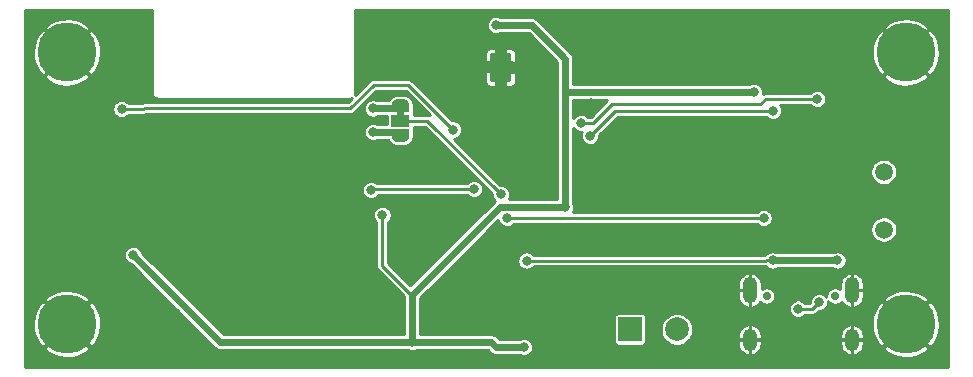
<source format=gbl>
G04 #@! TF.GenerationSoftware,KiCad,Pcbnew,5.1.5+dfsg1-2build2*
G04 #@! TF.CreationDate,2023-05-04T15:53:08+02:00*
G04 #@! TF.ProjectId,MBus_to_radio,4d427573-5f74-46f5-9f72-6164696f2e6b,rev?*
G04 #@! TF.SameCoordinates,Original*
G04 #@! TF.FileFunction,Copper,L2,Bot*
G04 #@! TF.FilePolarity,Positive*
%FSLAX46Y46*%
G04 Gerber Fmt 4.6, Leading zero omitted, Abs format (unit mm)*
G04 Created by KiCad (PCBNEW 5.1.5+dfsg1-2build2) date 2023-05-04 15:53:08*
%MOMM*%
%LPD*%
G04 APERTURE LIST*
%ADD10C,0.100000*%
%ADD11R,1.500000X1.000000*%
%ADD12C,2.000000*%
%ADD13R,2.000000X2.000000*%
%ADD14O,1.220000X1.930000*%
%ADD15C,0.700000*%
%ADD16O,1.220000X2.250000*%
%ADD17C,1.500000*%
%ADD18C,0.500000*%
%ADD19C,0.800000*%
%ADD20C,5.000000*%
%ADD21C,0.600000*%
%ADD22C,0.250000*%
%ADD23C,1.000000*%
%ADD24C,0.254000*%
G04 APERTURE END LIST*
D10*
G36*
X119920000Y-59870000D02*
G01*
X119920000Y-60370000D01*
X120520000Y-60370000D01*
X120520000Y-59870000D01*
X119920000Y-59870000D01*
G37*
G04 #@! TA.AperFunction,SMDPad,CuDef*
G36*
X119470000Y-60020000D02*
G01*
X119470000Y-59470000D01*
X119470602Y-59470000D01*
X119470602Y-59445466D01*
X119475412Y-59396635D01*
X119484984Y-59348510D01*
X119499228Y-59301555D01*
X119518005Y-59256222D01*
X119541136Y-59212949D01*
X119568396Y-59172150D01*
X119599524Y-59134221D01*
X119634221Y-59099524D01*
X119672150Y-59068396D01*
X119712949Y-59041136D01*
X119756222Y-59018005D01*
X119801555Y-58999228D01*
X119848510Y-58984984D01*
X119896635Y-58975412D01*
X119945466Y-58970602D01*
X119970000Y-58970602D01*
X119970000Y-58970000D01*
X120470000Y-58970000D01*
X120470000Y-58970602D01*
X120494534Y-58970602D01*
X120543365Y-58975412D01*
X120591490Y-58984984D01*
X120638445Y-58999228D01*
X120683778Y-59018005D01*
X120727051Y-59041136D01*
X120767850Y-59068396D01*
X120805779Y-59099524D01*
X120840476Y-59134221D01*
X120871604Y-59172150D01*
X120898864Y-59212949D01*
X120921995Y-59256222D01*
X120940772Y-59301555D01*
X120955016Y-59348510D01*
X120964588Y-59396635D01*
X120969398Y-59445466D01*
X120969398Y-59470000D01*
X120970000Y-59470000D01*
X120970000Y-60020000D01*
X119470000Y-60020000D01*
G37*
G04 #@! TD.AperFunction*
D11*
X120220000Y-60770000D03*
G04 #@! TA.AperFunction,SMDPad,CuDef*
D10*
G36*
X120969398Y-62070000D02*
G01*
X120969398Y-62094534D01*
X120964588Y-62143365D01*
X120955016Y-62191490D01*
X120940772Y-62238445D01*
X120921995Y-62283778D01*
X120898864Y-62327051D01*
X120871604Y-62367850D01*
X120840476Y-62405779D01*
X120805779Y-62440476D01*
X120767850Y-62471604D01*
X120727051Y-62498864D01*
X120683778Y-62521995D01*
X120638445Y-62540772D01*
X120591490Y-62555016D01*
X120543365Y-62564588D01*
X120494534Y-62569398D01*
X120470000Y-62569398D01*
X120470000Y-62570000D01*
X119970000Y-62570000D01*
X119970000Y-62569398D01*
X119945466Y-62569398D01*
X119896635Y-62564588D01*
X119848510Y-62555016D01*
X119801555Y-62540772D01*
X119756222Y-62521995D01*
X119712949Y-62498864D01*
X119672150Y-62471604D01*
X119634221Y-62440476D01*
X119599524Y-62405779D01*
X119568396Y-62367850D01*
X119541136Y-62327051D01*
X119518005Y-62283778D01*
X119499228Y-62238445D01*
X119484984Y-62191490D01*
X119475412Y-62143365D01*
X119470602Y-62094534D01*
X119470602Y-62070000D01*
X119470000Y-62070000D01*
X119470000Y-61520000D01*
X120970000Y-61520000D01*
X120970000Y-62070000D01*
X120969398Y-62070000D01*
G37*
G04 #@! TD.AperFunction*
D12*
X143630000Y-78450000D03*
D13*
X139670000Y-78450000D03*
D14*
X158450000Y-79325000D03*
D15*
X157015000Y-75625000D03*
D16*
X158450000Y-75125000D03*
D14*
X149800000Y-79325000D03*
D15*
X151235000Y-75625000D03*
D16*
X149800000Y-75125000D03*
D17*
X161150000Y-65120000D03*
X161150000Y-70000000D03*
G04 #@! TA.AperFunction,Conductor*
D10*
G36*
X129374504Y-55026204D02*
G01*
X129398773Y-55029804D01*
X129422571Y-55035765D01*
X129445671Y-55044030D01*
X129467849Y-55054520D01*
X129488893Y-55067133D01*
X129508598Y-55081747D01*
X129526777Y-55098223D01*
X129543253Y-55116402D01*
X129557867Y-55136107D01*
X129570480Y-55157151D01*
X129580970Y-55179329D01*
X129589235Y-55202429D01*
X129595196Y-55226227D01*
X129598796Y-55250496D01*
X129600000Y-55275000D01*
X129600000Y-57275000D01*
X129598796Y-57299504D01*
X129595196Y-57323773D01*
X129589235Y-57347571D01*
X129580970Y-57370671D01*
X129570480Y-57392849D01*
X129557867Y-57413893D01*
X129543253Y-57433598D01*
X129526777Y-57451777D01*
X129508598Y-57468253D01*
X129488893Y-57482867D01*
X129467849Y-57495480D01*
X129445671Y-57505970D01*
X129422571Y-57514235D01*
X129398773Y-57520196D01*
X129374504Y-57523796D01*
X129350000Y-57525000D01*
X128050000Y-57525000D01*
X128025496Y-57523796D01*
X128001227Y-57520196D01*
X127977429Y-57514235D01*
X127954329Y-57505970D01*
X127932151Y-57495480D01*
X127911107Y-57482867D01*
X127891402Y-57468253D01*
X127873223Y-57451777D01*
X127856747Y-57433598D01*
X127842133Y-57413893D01*
X127829520Y-57392849D01*
X127819030Y-57370671D01*
X127810765Y-57347571D01*
X127804804Y-57323773D01*
X127801204Y-57299504D01*
X127800000Y-57275000D01*
X127800000Y-55275000D01*
X127801204Y-55250496D01*
X127804804Y-55226227D01*
X127810765Y-55202429D01*
X127819030Y-55179329D01*
X127829520Y-55157151D01*
X127842133Y-55136107D01*
X127856747Y-55116402D01*
X127873223Y-55098223D01*
X127891402Y-55081747D01*
X127911107Y-55067133D01*
X127932151Y-55054520D01*
X127954329Y-55044030D01*
X127977429Y-55035765D01*
X128001227Y-55029804D01*
X128025496Y-55026204D01*
X128050000Y-55025000D01*
X129350000Y-55025000D01*
X129374504Y-55026204D01*
G37*
G04 #@! TD.AperFunction*
D18*
X128050000Y-55275000D03*
X129350000Y-55275000D03*
X128050000Y-56275000D03*
X129350000Y-56275000D03*
X128050000Y-57275000D03*
X129350000Y-57275000D03*
D19*
X164325825Y-76674175D03*
X163000000Y-76125000D03*
X161674175Y-76674175D03*
X161125000Y-78000000D03*
X161674175Y-79325825D03*
X163000000Y-79875000D03*
X164325825Y-79325825D03*
X164875000Y-78000000D03*
D20*
X163000000Y-78000000D03*
D19*
X164325825Y-53674175D03*
X163000000Y-53125000D03*
X161674175Y-53674175D03*
X161125000Y-55000000D03*
X161674175Y-56325825D03*
X163000000Y-56875000D03*
X164325825Y-56325825D03*
X164875000Y-55000000D03*
D20*
X163000000Y-55000000D03*
D19*
X93325825Y-76674175D03*
X92000000Y-76125000D03*
X90674175Y-76674175D03*
X90125000Y-78000000D03*
X90674175Y-79325825D03*
X92000000Y-79875000D03*
X93325825Y-79325825D03*
X93875000Y-78000000D03*
D20*
X92000000Y-78000000D03*
D19*
X93325825Y-53674175D03*
X92000000Y-53125000D03*
X90674175Y-53674175D03*
X90125000Y-55000000D03*
X90674175Y-56325825D03*
X92000000Y-56875000D03*
X93325825Y-56325825D03*
X93875000Y-55000000D03*
D20*
X92000000Y-55000000D03*
D19*
X130690000Y-79960000D03*
X121215000Y-79535000D03*
X97590000Y-72160000D03*
X134170000Y-68120000D03*
X128290000Y-52700000D03*
X150140000Y-58380000D03*
X118690000Y-68750000D03*
X155180000Y-69960000D03*
X157650000Y-70280000D03*
X158340000Y-71520000D03*
X159180000Y-70690000D03*
X158590000Y-66560000D03*
X158510000Y-67580000D03*
X164370000Y-68500000D03*
X163450000Y-70320000D03*
X164440000Y-69910000D03*
X161040000Y-74420000D03*
X159800000Y-73640000D03*
X159430000Y-72190000D03*
X97670000Y-62540000D03*
X96320000Y-62590000D03*
X95210000Y-62570000D03*
X98120000Y-65490000D03*
X98020000Y-67350000D03*
X133190000Y-52710000D03*
X135290000Y-52590000D03*
X137190000Y-54810000D03*
X138590000Y-54910000D03*
X135660000Y-54450000D03*
X123260000Y-54200000D03*
X122150000Y-54200000D03*
X124510000Y-53940000D03*
X117490000Y-62940000D03*
X118460000Y-62940000D03*
X120340000Y-70100000D03*
X122550000Y-72330000D03*
X121070000Y-73900000D03*
X120230000Y-72950000D03*
X119650000Y-71840000D03*
X121440000Y-71110000D03*
X122580000Y-69690000D03*
X123690000Y-70630000D03*
X125190000Y-69810000D03*
X132800000Y-77770000D03*
X128690000Y-73520000D03*
X129800000Y-72850000D03*
X136370000Y-59320000D03*
X135400000Y-59850000D03*
X132110000Y-59510000D03*
X132100000Y-60430000D03*
X133050000Y-58370000D03*
X132400000Y-62830000D03*
X132350000Y-63810000D03*
X131310000Y-62960000D03*
X130380000Y-63770000D03*
X131330000Y-63960000D03*
X135830000Y-63340000D03*
X135840000Y-64330000D03*
X135290000Y-65230000D03*
X125630000Y-62390000D03*
X126950000Y-62390000D03*
X128220000Y-62410000D03*
X129580000Y-62350000D03*
X127480000Y-64520000D03*
X128370000Y-63510000D03*
X126720000Y-63450000D03*
X125330000Y-65500000D03*
X124020000Y-63600000D03*
X128890000Y-65670000D03*
X127480000Y-67630000D03*
X125270000Y-67630000D03*
X126510000Y-68730000D03*
X124180000Y-69110000D03*
X121630000Y-63750000D03*
X121700000Y-62470000D03*
X122290000Y-57140000D03*
X121100000Y-56900000D03*
X120920000Y-55970000D03*
X121010000Y-54630000D03*
X123060000Y-52610000D03*
X126030000Y-72850000D03*
X126900000Y-71940000D03*
X127950000Y-70880000D03*
X129310000Y-70180000D03*
X131070000Y-70200000D03*
X132650000Y-70080000D03*
X125860000Y-80660000D03*
X127030000Y-80780000D03*
X123685000Y-75415000D03*
X125350000Y-75080000D03*
X125350000Y-76070000D03*
X136360000Y-76850000D03*
X134490000Y-73880000D03*
X119780000Y-78100000D03*
X118060000Y-77410000D03*
X119440000Y-76840000D03*
X119600000Y-75500000D03*
X118560000Y-74470000D03*
X117690000Y-73510000D03*
X114780000Y-75070000D03*
X115790000Y-75060000D03*
X117130000Y-74950000D03*
X114800000Y-76460000D03*
X115630000Y-77590000D03*
X113990000Y-78510000D03*
X112820000Y-76970000D03*
X110940000Y-76940000D03*
X104130000Y-77040000D03*
X104960000Y-77880000D03*
X106030000Y-78580000D03*
X107580000Y-78590000D03*
X101180000Y-77090000D03*
X101960000Y-78010000D03*
X103020000Y-79170000D03*
X103980000Y-80240000D03*
X105750000Y-80660000D03*
X107510000Y-80660000D03*
X109210000Y-80660000D03*
X111080000Y-80680000D03*
X112970000Y-80800000D03*
X109430000Y-78520000D03*
X111170000Y-78630000D03*
X112770000Y-78630000D03*
X94630000Y-65360000D03*
X95840000Y-65380000D03*
X93800000Y-64220000D03*
X93020000Y-63150000D03*
X92830000Y-61610000D03*
X92690000Y-60090000D03*
X93020000Y-58760000D03*
X94560000Y-58080000D03*
X95960000Y-58100000D03*
X97380000Y-58170000D03*
X95790000Y-66910000D03*
X95840000Y-68590000D03*
X96270000Y-69710000D03*
X96290000Y-70960000D03*
X96340000Y-72310000D03*
X102250000Y-66530000D03*
X103650000Y-66580000D03*
X104950000Y-66750000D03*
X100010000Y-76040000D03*
X98610000Y-75350000D03*
X96950000Y-75180000D03*
X95550000Y-75230000D03*
X94600000Y-73730000D03*
X95060000Y-72400000D03*
X114670000Y-80530000D03*
X115950000Y-80610000D03*
X125710000Y-78610000D03*
X133930000Y-70020000D03*
X117620000Y-56790000D03*
X118780000Y-56870000D03*
X119980000Y-56810000D03*
X134190000Y-53890000D03*
X143210000Y-57330000D03*
X143190000Y-56240000D03*
X143490000Y-55060000D03*
X144670000Y-54990000D03*
X146040000Y-54980000D03*
X147390000Y-54930000D03*
X148560000Y-55140000D03*
X149780000Y-55420000D03*
X138860000Y-61190000D03*
X140540000Y-60890000D03*
X142040000Y-60840000D03*
X143770000Y-60830000D03*
X145530000Y-60840000D03*
X146980000Y-60860000D03*
X140770000Y-57320000D03*
X142050000Y-57300000D03*
X140750000Y-56070000D03*
X139930000Y-55030000D03*
X150910000Y-54620000D03*
X151920000Y-53540000D03*
X152900000Y-53470000D03*
X154230000Y-53580000D03*
X155150000Y-54340000D03*
X156060000Y-55260000D03*
X156540000Y-56210000D03*
X156670000Y-57420000D03*
X156750000Y-58790000D03*
X156790000Y-59850000D03*
X155560000Y-60060000D03*
X154420000Y-60070000D03*
X161200000Y-61210000D03*
X159990000Y-62540000D03*
X162530000Y-62500000D03*
X158330000Y-60210000D03*
X159320000Y-61210000D03*
X147390000Y-66860000D03*
X148350000Y-65250000D03*
X147530000Y-65670000D03*
X144810000Y-64520000D03*
X144880000Y-63120000D03*
X144910000Y-61880000D03*
X144830000Y-65690000D03*
X156660000Y-69740000D03*
X147090000Y-70300000D03*
X148360000Y-71050000D03*
X147210000Y-71830000D03*
X146050000Y-73700000D03*
X147800000Y-75520000D03*
X162640000Y-72710000D03*
X162510000Y-74010000D03*
X163000000Y-71540000D03*
X164160000Y-66660000D03*
X164100000Y-65260000D03*
X163490000Y-63400000D03*
X102420000Y-64730000D03*
X103590000Y-64760000D03*
X105040000Y-64830000D03*
X106410000Y-65600000D03*
X107360000Y-66510000D03*
X108240000Y-67450000D03*
X109210000Y-68330000D03*
X110180000Y-69310000D03*
X111130000Y-70260000D03*
X112040000Y-71180000D03*
X113130000Y-72220000D03*
X105960000Y-67680000D03*
X107020000Y-68700000D03*
X108150000Y-69800000D03*
X109240000Y-70900000D03*
X110290000Y-71860000D03*
X111250000Y-72800000D03*
X98760000Y-58180000D03*
X142240000Y-62140000D03*
X116830000Y-78370000D03*
X136850000Y-75450000D03*
X138360000Y-76130000D03*
X137210000Y-73700000D03*
X141640000Y-73690000D03*
X147750000Y-77310000D03*
X141010000Y-75320000D03*
X142340000Y-75340000D03*
X141840000Y-76770000D03*
X145260000Y-75770000D03*
X145730000Y-77190000D03*
X137390000Y-79330000D03*
X139520000Y-80630000D03*
X141730000Y-80680000D03*
X143480000Y-80820000D03*
X145400000Y-80750000D03*
X145950000Y-79140000D03*
X152360000Y-64250000D03*
X153760000Y-64250000D03*
X155380000Y-64240000D03*
X156990000Y-64220000D03*
X158900000Y-63380000D03*
X102520000Y-60830000D03*
X104060000Y-60830000D03*
X105750000Y-60840000D03*
X107640000Y-60860000D03*
X109730000Y-60860000D03*
X111560000Y-60860000D03*
X113310000Y-60780000D03*
X151710000Y-70000000D03*
X153020000Y-70030000D03*
X151880000Y-71010000D03*
X146280000Y-66010000D03*
X117890000Y-61730000D03*
X151725000Y-72615000D03*
X157220000Y-72610000D03*
X130900000Y-72630000D03*
X117890000Y-59740000D03*
X155510000Y-58950000D03*
X135530000Y-60980000D03*
X124660000Y-61540000D03*
X96610000Y-59770000D03*
X117720000Y-66660000D03*
X151770000Y-59940000D03*
X136290000Y-62050000D03*
X126440000Y-66570000D03*
X153875000Y-76700000D03*
X155650000Y-76150000D03*
X150970000Y-69020000D03*
X128740000Y-67020000D03*
X129270000Y-69020000D03*
D21*
X128330000Y-79960000D02*
X127905000Y-79535000D01*
X130690000Y-79960000D02*
X128330000Y-79960000D01*
X127905000Y-79535000D02*
X121215000Y-79535000D01*
X104965000Y-79535000D02*
X97590000Y-72160000D01*
X121215000Y-79535000D02*
X104965000Y-79535000D01*
X134170000Y-68120000D02*
X128610000Y-68120000D01*
X121215000Y-75515000D02*
X121215000Y-79535000D01*
X128610000Y-68120000D02*
X121215000Y-75515000D01*
X131350000Y-52700000D02*
X128290000Y-52700000D01*
X134170000Y-55520000D02*
X131350000Y-52700000D01*
X134230000Y-58380000D02*
X134170000Y-58320000D01*
X134170000Y-58320000D02*
X134170000Y-55520000D01*
X150140000Y-58380000D02*
X134230000Y-58380000D01*
X134170000Y-68120000D02*
X134170000Y-58320000D01*
D22*
X121215000Y-75515000D02*
X121125000Y-75515000D01*
X118690000Y-73080000D02*
X118690000Y-68750000D01*
X121125000Y-75515000D02*
X118690000Y-73080000D01*
D23*
X128700000Y-56275000D02*
X128700000Y-54150000D01*
X128700000Y-56275000D02*
X128700000Y-57525000D01*
X128700000Y-57525000D02*
X128700000Y-58360000D01*
X128700000Y-56275000D02*
X126695000Y-56275000D01*
X129600000Y-56275000D02*
X129605000Y-56280000D01*
X128700000Y-56275000D02*
X129600000Y-56275000D01*
X129605000Y-56280000D02*
X130820000Y-56280000D01*
D21*
X120100000Y-61980000D02*
X119890001Y-61770001D01*
X120100000Y-62070000D02*
X120100000Y-61980000D01*
X119890001Y-61770001D02*
X118670001Y-61770001D01*
X118630000Y-61730000D02*
X117890000Y-61730000D01*
X118670001Y-61770001D02*
X118630000Y-61730000D01*
X152290685Y-72615000D02*
X152295685Y-72610000D01*
X151725000Y-72615000D02*
X152290685Y-72615000D01*
X152295685Y-72610000D02*
X157220000Y-72610000D01*
D22*
X151159315Y-72615000D02*
X151154315Y-72620000D01*
X151725000Y-72615000D02*
X151159315Y-72615000D01*
X130910000Y-72620000D02*
X130900000Y-72630000D01*
X151154315Y-72620000D02*
X130910000Y-72620000D01*
D21*
X119830000Y-59740000D02*
X120100000Y-59470000D01*
X117890000Y-59740000D02*
X119830000Y-59740000D01*
D22*
X155510000Y-58950000D02*
X151130000Y-58950000D01*
X151130000Y-58950000D02*
X150670000Y-59410000D01*
X150670000Y-59410000D02*
X138120000Y-59410000D01*
X136550000Y-60980000D02*
X135530000Y-60980000D01*
X138120000Y-59410000D02*
X136550000Y-60980000D01*
X98530000Y-59730000D02*
X115970000Y-59730000D01*
X115970000Y-59730000D02*
X117950000Y-57750000D01*
X120870000Y-57750000D02*
X124660000Y-61540000D01*
X117950000Y-57750000D02*
X120870000Y-57750000D01*
X98490000Y-59770000D02*
X96610000Y-59770000D01*
X98530000Y-59730000D02*
X98490000Y-59770000D01*
X151770000Y-59940000D02*
X150490000Y-59940000D01*
X150490000Y-59940000D02*
X145090000Y-59940000D01*
X138400000Y-59940000D02*
X136290000Y-62050000D01*
X145090000Y-59940000D02*
X138400000Y-59940000D01*
X117810000Y-66570000D02*
X117720000Y-66660000D01*
X126440000Y-66570000D02*
X117810000Y-66570000D01*
X153875000Y-76700000D02*
X154440685Y-76700000D01*
X155100000Y-76700000D02*
X155650000Y-76150000D01*
X154440685Y-76700000D02*
X155100000Y-76700000D01*
X122490000Y-60770000D02*
X128740000Y-67020000D01*
X120100000Y-60770000D02*
X122490000Y-60770000D01*
X150970000Y-69020000D02*
X129270000Y-69020000D01*
D24*
G36*
X99194000Y-58480059D02*
G01*
X99192036Y-58500000D01*
X99199875Y-58579590D01*
X99223090Y-58656121D01*
X99260790Y-58726653D01*
X99311526Y-58788474D01*
X99373347Y-58839210D01*
X99443879Y-58876910D01*
X99520410Y-58900125D01*
X99529599Y-58901030D01*
X99600000Y-58907964D01*
X99619940Y-58906000D01*
X115980060Y-58906000D01*
X116000000Y-58907964D01*
X116070402Y-58901030D01*
X116079590Y-58900125D01*
X116086328Y-58898081D01*
X115760409Y-59224000D01*
X98554854Y-59224000D01*
X98530000Y-59221552D01*
X98505146Y-59224000D01*
X98430807Y-59231322D01*
X98335425Y-59260255D01*
X98328419Y-59264000D01*
X97208501Y-59264000D01*
X97107859Y-59163358D01*
X96979942Y-59077887D01*
X96837809Y-59019013D01*
X96686922Y-58989000D01*
X96533078Y-58989000D01*
X96382191Y-59019013D01*
X96240058Y-59077887D01*
X96112141Y-59163358D01*
X96003358Y-59272141D01*
X95917887Y-59400058D01*
X95859013Y-59542191D01*
X95829000Y-59693078D01*
X95829000Y-59846922D01*
X95859013Y-59997809D01*
X95917887Y-60139942D01*
X96003358Y-60267859D01*
X96112141Y-60376642D01*
X96240058Y-60462113D01*
X96382191Y-60520987D01*
X96533078Y-60551000D01*
X96686922Y-60551000D01*
X96837809Y-60520987D01*
X96979942Y-60462113D01*
X97107859Y-60376642D01*
X97208501Y-60276000D01*
X98465154Y-60276000D01*
X98490000Y-60278447D01*
X98514846Y-60276000D01*
X98514854Y-60276000D01*
X98589193Y-60268678D01*
X98684575Y-60239745D01*
X98691581Y-60236000D01*
X115945154Y-60236000D01*
X115970000Y-60238447D01*
X115994846Y-60236000D01*
X115994854Y-60236000D01*
X116069193Y-60228678D01*
X116164575Y-60199745D01*
X116252479Y-60152759D01*
X116329527Y-60089527D01*
X116345376Y-60070215D01*
X118159592Y-58256000D01*
X120660409Y-58256000D01*
X122727731Y-60323322D01*
X122684575Y-60300255D01*
X122589193Y-60271322D01*
X122514854Y-60264000D01*
X122514846Y-60264000D01*
X122490000Y-60261553D01*
X122465154Y-60264000D01*
X121352252Y-60264000D01*
X121345487Y-60195311D01*
X121330225Y-60145000D01*
X121345487Y-60094689D01*
X121352843Y-60020000D01*
X121352843Y-59470000D01*
X121350435Y-59445550D01*
X121350435Y-59420991D01*
X121343079Y-59346302D01*
X121323957Y-59250169D01*
X121302172Y-59178352D01*
X121264663Y-59087796D01*
X121229283Y-59021606D01*
X121174827Y-58940107D01*
X121127216Y-58882092D01*
X121057908Y-58812784D01*
X120999893Y-58765173D01*
X120918394Y-58710717D01*
X120852204Y-58675337D01*
X120761648Y-58637828D01*
X120689831Y-58616043D01*
X120593698Y-58596921D01*
X120519009Y-58589565D01*
X120494450Y-58589565D01*
X120470000Y-58587157D01*
X119970000Y-58587157D01*
X119945550Y-58589565D01*
X119920991Y-58589565D01*
X119846302Y-58596921D01*
X119750169Y-58616043D01*
X119678352Y-58637828D01*
X119587796Y-58675337D01*
X119521606Y-58710717D01*
X119440107Y-58765173D01*
X119382092Y-58812784D01*
X119312784Y-58882092D01*
X119265173Y-58940107D01*
X119210717Y-59021606D01*
X119190729Y-59059000D01*
X118276574Y-59059000D01*
X118259942Y-59047887D01*
X118117809Y-58989013D01*
X117966922Y-58959000D01*
X117813078Y-58959000D01*
X117662191Y-58989013D01*
X117520058Y-59047887D01*
X117392141Y-59133358D01*
X117283358Y-59242141D01*
X117197887Y-59370058D01*
X117139013Y-59512191D01*
X117109000Y-59663078D01*
X117109000Y-59816922D01*
X117139013Y-59967809D01*
X117197887Y-60109942D01*
X117283358Y-60237859D01*
X117392141Y-60346642D01*
X117520058Y-60432113D01*
X117662191Y-60490987D01*
X117813078Y-60521000D01*
X117966922Y-60521000D01*
X118117809Y-60490987D01*
X118259942Y-60432113D01*
X118276574Y-60421000D01*
X119087157Y-60421000D01*
X119087157Y-61089001D01*
X118862881Y-61089001D01*
X118763499Y-61058854D01*
X118663453Y-61049000D01*
X118630000Y-61045705D01*
X118596547Y-61049000D01*
X118276574Y-61049000D01*
X118259942Y-61037887D01*
X118117809Y-60979013D01*
X117966922Y-60949000D01*
X117813078Y-60949000D01*
X117662191Y-60979013D01*
X117520058Y-61037887D01*
X117392141Y-61123358D01*
X117283358Y-61232141D01*
X117197887Y-61360058D01*
X117139013Y-61502191D01*
X117109000Y-61653078D01*
X117109000Y-61806922D01*
X117139013Y-61957809D01*
X117197887Y-62099942D01*
X117283358Y-62227859D01*
X117392141Y-62336642D01*
X117520058Y-62422113D01*
X117662191Y-62480987D01*
X117813078Y-62511000D01*
X117966922Y-62511000D01*
X118117809Y-62480987D01*
X118259942Y-62422113D01*
X118276574Y-62411000D01*
X118437120Y-62411000D01*
X118536502Y-62441147D01*
X118636548Y-62451001D01*
X118670001Y-62454296D01*
X118703454Y-62451001D01*
X119174839Y-62451001D01*
X119175337Y-62452204D01*
X119210717Y-62518394D01*
X119265173Y-62599893D01*
X119312784Y-62657908D01*
X119382092Y-62727216D01*
X119440107Y-62774827D01*
X119521606Y-62829283D01*
X119587796Y-62864663D01*
X119678352Y-62902172D01*
X119750169Y-62923957D01*
X119846302Y-62943079D01*
X119920991Y-62950435D01*
X119945550Y-62950435D01*
X119970000Y-62952843D01*
X120470000Y-62952843D01*
X120494450Y-62950435D01*
X120519009Y-62950435D01*
X120593698Y-62943079D01*
X120689831Y-62923957D01*
X120761648Y-62902172D01*
X120852204Y-62864663D01*
X120918394Y-62829283D01*
X120999893Y-62774827D01*
X121057908Y-62727216D01*
X121127216Y-62657908D01*
X121174827Y-62599893D01*
X121229283Y-62518394D01*
X121264663Y-62452204D01*
X121302172Y-62361648D01*
X121323957Y-62289831D01*
X121343079Y-62193698D01*
X121350435Y-62119009D01*
X121350435Y-62094450D01*
X121352843Y-62070000D01*
X121352843Y-61520000D01*
X121345487Y-61445311D01*
X121330225Y-61395000D01*
X121345487Y-61344689D01*
X121352252Y-61276000D01*
X122280409Y-61276000D01*
X127959000Y-66954592D01*
X127959000Y-67096922D01*
X127989013Y-67247809D01*
X128047887Y-67389942D01*
X128133358Y-67517859D01*
X128195060Y-67579561D01*
X128126130Y-67636130D01*
X128104805Y-67662115D01*
X121046257Y-74720665D01*
X119196000Y-72870409D01*
X119196000Y-69348501D01*
X119296642Y-69247859D01*
X119382113Y-69119942D01*
X119440987Y-68977809D01*
X119471000Y-68826922D01*
X119471000Y-68673078D01*
X119440987Y-68522191D01*
X119382113Y-68380058D01*
X119296642Y-68252141D01*
X119187859Y-68143358D01*
X119059942Y-68057887D01*
X118917809Y-67999013D01*
X118766922Y-67969000D01*
X118613078Y-67969000D01*
X118462191Y-67999013D01*
X118320058Y-68057887D01*
X118192141Y-68143358D01*
X118083358Y-68252141D01*
X117997887Y-68380058D01*
X117939013Y-68522191D01*
X117909000Y-68673078D01*
X117909000Y-68826922D01*
X117939013Y-68977809D01*
X117997887Y-69119942D01*
X118083358Y-69247859D01*
X118184001Y-69348502D01*
X118184000Y-73055154D01*
X118181553Y-73080000D01*
X118184000Y-73104846D01*
X118184000Y-73104853D01*
X118191322Y-73179192D01*
X118220255Y-73274574D01*
X118267241Y-73362479D01*
X118330473Y-73439527D01*
X118349785Y-73455376D01*
X120534000Y-75639592D01*
X120534001Y-78854000D01*
X105247079Y-78854000D01*
X98344890Y-71951812D01*
X98340987Y-71932191D01*
X98282113Y-71790058D01*
X98196642Y-71662141D01*
X98087859Y-71553358D01*
X97959942Y-71467887D01*
X97817809Y-71409013D01*
X97666922Y-71379000D01*
X97513078Y-71379000D01*
X97362191Y-71409013D01*
X97220058Y-71467887D01*
X97092141Y-71553358D01*
X96983358Y-71662141D01*
X96897887Y-71790058D01*
X96839013Y-71932191D01*
X96809000Y-72083078D01*
X96809000Y-72236922D01*
X96839013Y-72387809D01*
X96897887Y-72529942D01*
X96983358Y-72657859D01*
X97092141Y-72766642D01*
X97220058Y-72852113D01*
X97362191Y-72910987D01*
X97381812Y-72914890D01*
X104459800Y-79992879D01*
X104481130Y-80018870D01*
X104584826Y-80103970D01*
X104703132Y-80167206D01*
X104831501Y-80206146D01*
X104964999Y-80219295D01*
X104998452Y-80216000D01*
X120828426Y-80216000D01*
X120845058Y-80227113D01*
X120987191Y-80285987D01*
X121138078Y-80316000D01*
X121291922Y-80316000D01*
X121442809Y-80285987D01*
X121584942Y-80227113D01*
X121601574Y-80216000D01*
X127622922Y-80216000D01*
X127824796Y-80417874D01*
X127846130Y-80443870D01*
X127949826Y-80528970D01*
X128068132Y-80592206D01*
X128196501Y-80631146D01*
X128330000Y-80644295D01*
X128363453Y-80641000D01*
X130303426Y-80641000D01*
X130320058Y-80652113D01*
X130462191Y-80710987D01*
X130613078Y-80741000D01*
X130766922Y-80741000D01*
X130917809Y-80710987D01*
X131059942Y-80652113D01*
X131187859Y-80566642D01*
X131296642Y-80457859D01*
X131382113Y-80329942D01*
X131440987Y-80187809D01*
X131471000Y-80036922D01*
X131471000Y-79883078D01*
X131440987Y-79732191D01*
X131382113Y-79590058D01*
X131296642Y-79462141D01*
X131187859Y-79353358D01*
X131059942Y-79267887D01*
X130917809Y-79209013D01*
X130766922Y-79179000D01*
X130613078Y-79179000D01*
X130462191Y-79209013D01*
X130320058Y-79267887D01*
X130303426Y-79279000D01*
X128612078Y-79279000D01*
X128410204Y-79077126D01*
X128388870Y-79051130D01*
X128285174Y-78966030D01*
X128166868Y-78902794D01*
X128038499Y-78863854D01*
X127938453Y-78854000D01*
X127905000Y-78850705D01*
X127871547Y-78854000D01*
X121896000Y-78854000D01*
X121896000Y-77450000D01*
X138287157Y-77450000D01*
X138287157Y-79450000D01*
X138294513Y-79524689D01*
X138316299Y-79596508D01*
X138351678Y-79662696D01*
X138399289Y-79720711D01*
X138457304Y-79768322D01*
X138523492Y-79803701D01*
X138595311Y-79825487D01*
X138670000Y-79832843D01*
X140670000Y-79832843D01*
X140744689Y-79825487D01*
X140816508Y-79803701D01*
X140882696Y-79768322D01*
X140940711Y-79720711D01*
X140988322Y-79662696D01*
X141023701Y-79596508D01*
X141045487Y-79524689D01*
X141052843Y-79450000D01*
X141052843Y-78313983D01*
X142249000Y-78313983D01*
X142249000Y-78586017D01*
X142302071Y-78852823D01*
X142406174Y-79104149D01*
X142557307Y-79330336D01*
X142749664Y-79522693D01*
X142975851Y-79673826D01*
X143227177Y-79777929D01*
X143493983Y-79831000D01*
X143766017Y-79831000D01*
X144032823Y-79777929D01*
X144284149Y-79673826D01*
X144510336Y-79522693D01*
X144685029Y-79348000D01*
X148809000Y-79348000D01*
X148809000Y-79703000D01*
X148832529Y-79895893D01*
X148893237Y-80080489D01*
X148988792Y-80249694D01*
X149115521Y-80397006D01*
X149268554Y-80516764D01*
X149442010Y-80604366D01*
X149622298Y-80654937D01*
X149777000Y-80575455D01*
X149777000Y-79348000D01*
X149823000Y-79348000D01*
X149823000Y-80575455D01*
X149977702Y-80654937D01*
X150157990Y-80604366D01*
X150331446Y-80516764D01*
X150484479Y-80397006D01*
X150611208Y-80249694D01*
X150706763Y-80080489D01*
X150767471Y-79895893D01*
X150791000Y-79703000D01*
X150791000Y-79348000D01*
X157459000Y-79348000D01*
X157459000Y-79703000D01*
X157482529Y-79895893D01*
X157543237Y-80080489D01*
X157638792Y-80249694D01*
X157765521Y-80397006D01*
X157918554Y-80516764D01*
X158092010Y-80604366D01*
X158272298Y-80654937D01*
X158427000Y-80575455D01*
X158427000Y-79348000D01*
X158473000Y-79348000D01*
X158473000Y-80575455D01*
X158627702Y-80654937D01*
X158807990Y-80604366D01*
X158981446Y-80516764D01*
X159134479Y-80397006D01*
X159261208Y-80249694D01*
X159356763Y-80080489D01*
X159384589Y-79995877D01*
X161036650Y-79995877D01*
X161317058Y-80355501D01*
X161808930Y-80638567D01*
X162346575Y-80820233D01*
X162909331Y-80893520D01*
X163475571Y-80855610D01*
X164023535Y-80707961D01*
X164532165Y-80456246D01*
X164682942Y-80355501D01*
X164963350Y-79995877D01*
X163000000Y-78032527D01*
X161036650Y-79995877D01*
X159384589Y-79995877D01*
X159417471Y-79895893D01*
X159441000Y-79703000D01*
X159441000Y-79348000D01*
X158473000Y-79348000D01*
X158427000Y-79348000D01*
X157459000Y-79348000D01*
X150791000Y-79348000D01*
X149823000Y-79348000D01*
X149777000Y-79348000D01*
X148809000Y-79348000D01*
X144685029Y-79348000D01*
X144702693Y-79330336D01*
X144853826Y-79104149D01*
X144918919Y-78947000D01*
X148809000Y-78947000D01*
X148809000Y-79302000D01*
X149777000Y-79302000D01*
X149777000Y-78074545D01*
X149823000Y-78074545D01*
X149823000Y-79302000D01*
X150791000Y-79302000D01*
X150791000Y-78947000D01*
X157459000Y-78947000D01*
X157459000Y-79302000D01*
X158427000Y-79302000D01*
X158427000Y-78074545D01*
X158473000Y-78074545D01*
X158473000Y-79302000D01*
X159441000Y-79302000D01*
X159441000Y-78947000D01*
X159417471Y-78754107D01*
X159356763Y-78569511D01*
X159261208Y-78400306D01*
X159134479Y-78252994D01*
X158981446Y-78133236D01*
X158807990Y-78045634D01*
X158627702Y-77995063D01*
X158473000Y-78074545D01*
X158427000Y-78074545D01*
X158272298Y-77995063D01*
X158092010Y-78045634D01*
X157918554Y-78133236D01*
X157765521Y-78252994D01*
X157638792Y-78400306D01*
X157543237Y-78569511D01*
X157482529Y-78754107D01*
X157459000Y-78947000D01*
X150791000Y-78947000D01*
X150767471Y-78754107D01*
X150706763Y-78569511D01*
X150611208Y-78400306D01*
X150484479Y-78252994D01*
X150331446Y-78133236D01*
X150157990Y-78045634D01*
X149977702Y-77995063D01*
X149823000Y-78074545D01*
X149777000Y-78074545D01*
X149622298Y-77995063D01*
X149442010Y-78045634D01*
X149268554Y-78133236D01*
X149115521Y-78252994D01*
X148988792Y-78400306D01*
X148893237Y-78569511D01*
X148832529Y-78754107D01*
X148809000Y-78947000D01*
X144918919Y-78947000D01*
X144957929Y-78852823D01*
X145011000Y-78586017D01*
X145011000Y-78313983D01*
X144957929Y-78047177D01*
X144900832Y-77909331D01*
X160106480Y-77909331D01*
X160144390Y-78475571D01*
X160292039Y-79023535D01*
X160543754Y-79532165D01*
X160644499Y-79682942D01*
X161004123Y-79963350D01*
X162967473Y-78000000D01*
X163032527Y-78000000D01*
X164995877Y-79963350D01*
X165355501Y-79682942D01*
X165638567Y-79191070D01*
X165820233Y-78653425D01*
X165893520Y-78090669D01*
X165855610Y-77524429D01*
X165707961Y-76976465D01*
X165456246Y-76467835D01*
X165355501Y-76317058D01*
X164995877Y-76036650D01*
X163032527Y-78000000D01*
X162967473Y-78000000D01*
X161004123Y-76036650D01*
X160644499Y-76317058D01*
X160361433Y-76808930D01*
X160179767Y-77346575D01*
X160106480Y-77909331D01*
X144900832Y-77909331D01*
X144853826Y-77795851D01*
X144702693Y-77569664D01*
X144510336Y-77377307D01*
X144284149Y-77226174D01*
X144032823Y-77122071D01*
X143766017Y-77069000D01*
X143493983Y-77069000D01*
X143227177Y-77122071D01*
X142975851Y-77226174D01*
X142749664Y-77377307D01*
X142557307Y-77569664D01*
X142406174Y-77795851D01*
X142302071Y-78047177D01*
X142249000Y-78313983D01*
X141052843Y-78313983D01*
X141052843Y-77450000D01*
X141045487Y-77375311D01*
X141023701Y-77303492D01*
X140988322Y-77237304D01*
X140940711Y-77179289D01*
X140882696Y-77131678D01*
X140816508Y-77096299D01*
X140744689Y-77074513D01*
X140670000Y-77067157D01*
X138670000Y-77067157D01*
X138595311Y-77074513D01*
X138523492Y-77096299D01*
X138457304Y-77131678D01*
X138399289Y-77179289D01*
X138351678Y-77237304D01*
X138316299Y-77303492D01*
X138294513Y-77375311D01*
X138287157Y-77450000D01*
X121896000Y-77450000D01*
X121896000Y-76623078D01*
X153094000Y-76623078D01*
X153094000Y-76776922D01*
X153124013Y-76927809D01*
X153182887Y-77069942D01*
X153268358Y-77197859D01*
X153377141Y-77306642D01*
X153505058Y-77392113D01*
X153647191Y-77450987D01*
X153798078Y-77481000D01*
X153951922Y-77481000D01*
X154102809Y-77450987D01*
X154244942Y-77392113D01*
X154372859Y-77306642D01*
X154473501Y-77206000D01*
X155075154Y-77206000D01*
X155100000Y-77208447D01*
X155124846Y-77206000D01*
X155124854Y-77206000D01*
X155199193Y-77198678D01*
X155294575Y-77169745D01*
X155382479Y-77122759D01*
X155459527Y-77059527D01*
X155475376Y-77040215D01*
X155584591Y-76931000D01*
X155726922Y-76931000D01*
X155877809Y-76900987D01*
X156019942Y-76842113D01*
X156147859Y-76756642D01*
X156256642Y-76647859D01*
X156342113Y-76519942D01*
X156400987Y-76377809D01*
X156431000Y-76226922D01*
X156431000Y-76073078D01*
X156429207Y-76064064D01*
X156447195Y-76090985D01*
X156549015Y-76192805D01*
X156668742Y-76272804D01*
X156801775Y-76327908D01*
X156943003Y-76356000D01*
X157086997Y-76356000D01*
X157228225Y-76327908D01*
X157361258Y-76272804D01*
X157480985Y-76192805D01*
X157575742Y-76098048D01*
X157638792Y-76209694D01*
X157765521Y-76357006D01*
X157918554Y-76476764D01*
X158092010Y-76564366D01*
X158272298Y-76614937D01*
X158427000Y-76535455D01*
X158427000Y-75148000D01*
X158473000Y-75148000D01*
X158473000Y-76535455D01*
X158627702Y-76614937D01*
X158807990Y-76564366D01*
X158981446Y-76476764D01*
X159134479Y-76357006D01*
X159261208Y-76209694D01*
X159356763Y-76040489D01*
X159368722Y-76004123D01*
X161036650Y-76004123D01*
X163000000Y-77967473D01*
X164963350Y-76004123D01*
X164682942Y-75644499D01*
X164191070Y-75361433D01*
X163653425Y-75179767D01*
X163090669Y-75106480D01*
X162524429Y-75144390D01*
X161976465Y-75292039D01*
X161467835Y-75543754D01*
X161317058Y-75644499D01*
X161036650Y-76004123D01*
X159368722Y-76004123D01*
X159417471Y-75855893D01*
X159441000Y-75663000D01*
X159441000Y-75148000D01*
X158473000Y-75148000D01*
X158427000Y-75148000D01*
X158407000Y-75148000D01*
X158407000Y-75102000D01*
X158427000Y-75102000D01*
X158427000Y-73714545D01*
X158473000Y-73714545D01*
X158473000Y-75102000D01*
X159441000Y-75102000D01*
X159441000Y-74587000D01*
X159417471Y-74394107D01*
X159356763Y-74209511D01*
X159261208Y-74040306D01*
X159134479Y-73892994D01*
X158981446Y-73773236D01*
X158807990Y-73685634D01*
X158627702Y-73635063D01*
X158473000Y-73714545D01*
X158427000Y-73714545D01*
X158272298Y-73635063D01*
X158092010Y-73685634D01*
X157918554Y-73773236D01*
X157765521Y-73892994D01*
X157638792Y-74040306D01*
X157543237Y-74209511D01*
X157482529Y-74394107D01*
X157459000Y-74587000D01*
X157459000Y-75042505D01*
X157361258Y-74977196D01*
X157228225Y-74922092D01*
X157086997Y-74894000D01*
X156943003Y-74894000D01*
X156801775Y-74922092D01*
X156668742Y-74977196D01*
X156549015Y-75057195D01*
X156447195Y-75159015D01*
X156367196Y-75278742D01*
X156312092Y-75411775D01*
X156284000Y-75553003D01*
X156284000Y-75693085D01*
X156256642Y-75652141D01*
X156147859Y-75543358D01*
X156019942Y-75457887D01*
X155877809Y-75399013D01*
X155726922Y-75369000D01*
X155573078Y-75369000D01*
X155422191Y-75399013D01*
X155280058Y-75457887D01*
X155152141Y-75543358D01*
X155043358Y-75652141D01*
X154957887Y-75780058D01*
X154899013Y-75922191D01*
X154869000Y-76073078D01*
X154869000Y-76194000D01*
X154473501Y-76194000D01*
X154372859Y-76093358D01*
X154244942Y-76007887D01*
X154102809Y-75949013D01*
X153951922Y-75919000D01*
X153798078Y-75919000D01*
X153647191Y-75949013D01*
X153505058Y-76007887D01*
X153377141Y-76093358D01*
X153268358Y-76202141D01*
X153182887Y-76330058D01*
X153124013Y-76472191D01*
X153094000Y-76623078D01*
X121896000Y-76623078D01*
X121896000Y-75797078D01*
X122545078Y-75148000D01*
X148809000Y-75148000D01*
X148809000Y-75663000D01*
X148832529Y-75855893D01*
X148893237Y-76040489D01*
X148988792Y-76209694D01*
X149115521Y-76357006D01*
X149268554Y-76476764D01*
X149442010Y-76564366D01*
X149622298Y-76614937D01*
X149777000Y-76535455D01*
X149777000Y-75148000D01*
X148809000Y-75148000D01*
X122545078Y-75148000D01*
X123106078Y-74587000D01*
X148809000Y-74587000D01*
X148809000Y-75102000D01*
X149777000Y-75102000D01*
X149777000Y-73714545D01*
X149823000Y-73714545D01*
X149823000Y-75102000D01*
X149843000Y-75102000D01*
X149843000Y-75148000D01*
X149823000Y-75148000D01*
X149823000Y-76535455D01*
X149977702Y-76614937D01*
X150157990Y-76564366D01*
X150331446Y-76476764D01*
X150484479Y-76357006D01*
X150611208Y-76209694D01*
X150674258Y-76098048D01*
X150769015Y-76192805D01*
X150888742Y-76272804D01*
X151021775Y-76327908D01*
X151163003Y-76356000D01*
X151306997Y-76356000D01*
X151448225Y-76327908D01*
X151581258Y-76272804D01*
X151700985Y-76192805D01*
X151802805Y-76090985D01*
X151882804Y-75971258D01*
X151937908Y-75838225D01*
X151966000Y-75696997D01*
X151966000Y-75553003D01*
X151937908Y-75411775D01*
X151882804Y-75278742D01*
X151802805Y-75159015D01*
X151700985Y-75057195D01*
X151581258Y-74977196D01*
X151448225Y-74922092D01*
X151306997Y-74894000D01*
X151163003Y-74894000D01*
X151021775Y-74922092D01*
X150888742Y-74977196D01*
X150791000Y-75042505D01*
X150791000Y-74587000D01*
X150767471Y-74394107D01*
X150706763Y-74209511D01*
X150611208Y-74040306D01*
X150484479Y-73892994D01*
X150331446Y-73773236D01*
X150157990Y-73685634D01*
X149977702Y-73635063D01*
X149823000Y-73714545D01*
X149777000Y-73714545D01*
X149622298Y-73635063D01*
X149442010Y-73685634D01*
X149268554Y-73773236D01*
X149115521Y-73892994D01*
X148988792Y-74040306D01*
X148893237Y-74209511D01*
X148832529Y-74394107D01*
X148809000Y-74587000D01*
X123106078Y-74587000D01*
X125140000Y-72553078D01*
X130119000Y-72553078D01*
X130119000Y-72706922D01*
X130149013Y-72857809D01*
X130207887Y-72999942D01*
X130293358Y-73127859D01*
X130402141Y-73236642D01*
X130530058Y-73322113D01*
X130672191Y-73380987D01*
X130823078Y-73411000D01*
X130976922Y-73411000D01*
X131127809Y-73380987D01*
X131269942Y-73322113D01*
X131397859Y-73236642D01*
X131506642Y-73127859D01*
X131507884Y-73126000D01*
X151129469Y-73126000D01*
X151131721Y-73126222D01*
X151227141Y-73221642D01*
X151355058Y-73307113D01*
X151497191Y-73365987D01*
X151648078Y-73396000D01*
X151801922Y-73396000D01*
X151952809Y-73365987D01*
X152094942Y-73307113D01*
X152111574Y-73296000D01*
X152257232Y-73296000D01*
X152290685Y-73299295D01*
X152324138Y-73296000D01*
X152374902Y-73291000D01*
X156833426Y-73291000D01*
X156850058Y-73302113D01*
X156992191Y-73360987D01*
X157143078Y-73391000D01*
X157296922Y-73391000D01*
X157447809Y-73360987D01*
X157589942Y-73302113D01*
X157717859Y-73216642D01*
X157826642Y-73107859D01*
X157912113Y-72979942D01*
X157970987Y-72837809D01*
X158001000Y-72686922D01*
X158001000Y-72533078D01*
X157970987Y-72382191D01*
X157912113Y-72240058D01*
X157826642Y-72112141D01*
X157717859Y-72003358D01*
X157589942Y-71917887D01*
X157447809Y-71859013D01*
X157296922Y-71829000D01*
X157143078Y-71829000D01*
X156992191Y-71859013D01*
X156850058Y-71917887D01*
X156833426Y-71929000D01*
X152329137Y-71929000D01*
X152295684Y-71925705D01*
X152229834Y-71932191D01*
X152211468Y-71934000D01*
X152111574Y-71934000D01*
X152094942Y-71922887D01*
X151952809Y-71864013D01*
X151801922Y-71834000D01*
X151648078Y-71834000D01*
X151497191Y-71864013D01*
X151355058Y-71922887D01*
X151227141Y-72008358D01*
X151125629Y-72109870D01*
X151083697Y-72114000D01*
X131488501Y-72114000D01*
X131397859Y-72023358D01*
X131269942Y-71937887D01*
X131127809Y-71879013D01*
X130976922Y-71849000D01*
X130823078Y-71849000D01*
X130672191Y-71879013D01*
X130530058Y-71937887D01*
X130402141Y-72023358D01*
X130293358Y-72132141D01*
X130207887Y-72260058D01*
X130149013Y-72402191D01*
X130119000Y-72553078D01*
X125140000Y-72553078D01*
X127804472Y-69888606D01*
X160019000Y-69888606D01*
X160019000Y-70111394D01*
X160062464Y-70329900D01*
X160147721Y-70535729D01*
X160271495Y-70720970D01*
X160429030Y-70878505D01*
X160614271Y-71002279D01*
X160820100Y-71087536D01*
X161038606Y-71131000D01*
X161261394Y-71131000D01*
X161479900Y-71087536D01*
X161685729Y-71002279D01*
X161870970Y-70878505D01*
X162028505Y-70720970D01*
X162152279Y-70535729D01*
X162237536Y-70329900D01*
X162281000Y-70111394D01*
X162281000Y-69888606D01*
X162237536Y-69670100D01*
X162152279Y-69464271D01*
X162028505Y-69279030D01*
X161870970Y-69121495D01*
X161685729Y-68997721D01*
X161479900Y-68912464D01*
X161261394Y-68869000D01*
X161038606Y-68869000D01*
X160820100Y-68912464D01*
X160614271Y-68997721D01*
X160429030Y-69121495D01*
X160271495Y-69279030D01*
X160147721Y-69464271D01*
X160062464Y-69670100D01*
X160019000Y-69888606D01*
X127804472Y-69888606D01*
X128506778Y-69186301D01*
X128519013Y-69247809D01*
X128577887Y-69389942D01*
X128663358Y-69517859D01*
X128772141Y-69626642D01*
X128900058Y-69712113D01*
X129042191Y-69770987D01*
X129193078Y-69801000D01*
X129346922Y-69801000D01*
X129497809Y-69770987D01*
X129639942Y-69712113D01*
X129767859Y-69626642D01*
X129868501Y-69526000D01*
X150371499Y-69526000D01*
X150472141Y-69626642D01*
X150600058Y-69712113D01*
X150742191Y-69770987D01*
X150893078Y-69801000D01*
X151046922Y-69801000D01*
X151197809Y-69770987D01*
X151339942Y-69712113D01*
X151467859Y-69626642D01*
X151576642Y-69517859D01*
X151662113Y-69389942D01*
X151720987Y-69247809D01*
X151751000Y-69096922D01*
X151751000Y-68943078D01*
X151720987Y-68792191D01*
X151662113Y-68650058D01*
X151576642Y-68522141D01*
X151467859Y-68413358D01*
X151339942Y-68327887D01*
X151197809Y-68269013D01*
X151046922Y-68239000D01*
X150893078Y-68239000D01*
X150742191Y-68269013D01*
X150600058Y-68327887D01*
X150472141Y-68413358D01*
X150371499Y-68514000D01*
X134846038Y-68514000D01*
X134862113Y-68489942D01*
X134920987Y-68347809D01*
X134951000Y-68196922D01*
X134951000Y-68043078D01*
X134920987Y-67892191D01*
X134862113Y-67750058D01*
X134851000Y-67733426D01*
X134851000Y-65008606D01*
X160019000Y-65008606D01*
X160019000Y-65231394D01*
X160062464Y-65449900D01*
X160147721Y-65655729D01*
X160271495Y-65840970D01*
X160429030Y-65998505D01*
X160614271Y-66122279D01*
X160820100Y-66207536D01*
X161038606Y-66251000D01*
X161261394Y-66251000D01*
X161479900Y-66207536D01*
X161685729Y-66122279D01*
X161870970Y-65998505D01*
X162028505Y-65840970D01*
X162152279Y-65655729D01*
X162237536Y-65449900D01*
X162281000Y-65231394D01*
X162281000Y-65008606D01*
X162237536Y-64790100D01*
X162152279Y-64584271D01*
X162028505Y-64399030D01*
X161870970Y-64241495D01*
X161685729Y-64117721D01*
X161479900Y-64032464D01*
X161261394Y-63989000D01*
X161038606Y-63989000D01*
X160820100Y-64032464D01*
X160614271Y-64117721D01*
X160429030Y-64241495D01*
X160271495Y-64399030D01*
X160147721Y-64584271D01*
X160062464Y-64790100D01*
X160019000Y-65008606D01*
X134851000Y-65008606D01*
X134851000Y-61369567D01*
X134923358Y-61477859D01*
X135032141Y-61586642D01*
X135160058Y-61672113D01*
X135302191Y-61730987D01*
X135453078Y-61761000D01*
X135564359Y-61761000D01*
X135539013Y-61822191D01*
X135509000Y-61973078D01*
X135509000Y-62126922D01*
X135539013Y-62277809D01*
X135597887Y-62419942D01*
X135683358Y-62547859D01*
X135792141Y-62656642D01*
X135920058Y-62742113D01*
X136062191Y-62800987D01*
X136213078Y-62831000D01*
X136366922Y-62831000D01*
X136517809Y-62800987D01*
X136659942Y-62742113D01*
X136787859Y-62656642D01*
X136896642Y-62547859D01*
X136982113Y-62419942D01*
X137040987Y-62277809D01*
X137071000Y-62126922D01*
X137071000Y-61984591D01*
X138609592Y-60446000D01*
X151171499Y-60446000D01*
X151272141Y-60546642D01*
X151400058Y-60632113D01*
X151542191Y-60690987D01*
X151693078Y-60721000D01*
X151846922Y-60721000D01*
X151997809Y-60690987D01*
X152139942Y-60632113D01*
X152267859Y-60546642D01*
X152376642Y-60437859D01*
X152462113Y-60309942D01*
X152520987Y-60167809D01*
X152551000Y-60016922D01*
X152551000Y-59863078D01*
X152520987Y-59712191D01*
X152462113Y-59570058D01*
X152385902Y-59456000D01*
X154911499Y-59456000D01*
X155012141Y-59556642D01*
X155140058Y-59642113D01*
X155282191Y-59700987D01*
X155433078Y-59731000D01*
X155586922Y-59731000D01*
X155737809Y-59700987D01*
X155879942Y-59642113D01*
X156007859Y-59556642D01*
X156116642Y-59447859D01*
X156202113Y-59319942D01*
X156260987Y-59177809D01*
X156291000Y-59026922D01*
X156291000Y-58873078D01*
X156260987Y-58722191D01*
X156202113Y-58580058D01*
X156116642Y-58452141D01*
X156007859Y-58343358D01*
X155879942Y-58257887D01*
X155737809Y-58199013D01*
X155586922Y-58169000D01*
X155433078Y-58169000D01*
X155282191Y-58199013D01*
X155140058Y-58257887D01*
X155012141Y-58343358D01*
X154911499Y-58444000D01*
X151154845Y-58444000D01*
X151129999Y-58441553D01*
X151105153Y-58444000D01*
X151105146Y-58444000D01*
X151040694Y-58450348D01*
X151030806Y-58451322D01*
X150935425Y-58480255D01*
X150914091Y-58491659D01*
X150921000Y-58456922D01*
X150921000Y-58303078D01*
X150890987Y-58152191D01*
X150832113Y-58010058D01*
X150746642Y-57882141D01*
X150637859Y-57773358D01*
X150509942Y-57687887D01*
X150367809Y-57629013D01*
X150216922Y-57599000D01*
X150063078Y-57599000D01*
X149912191Y-57629013D01*
X149770058Y-57687887D01*
X149753426Y-57699000D01*
X134851000Y-57699000D01*
X134851000Y-56995877D01*
X161036650Y-56995877D01*
X161317058Y-57355501D01*
X161808930Y-57638567D01*
X162346575Y-57820233D01*
X162909331Y-57893520D01*
X163475571Y-57855610D01*
X164023535Y-57707961D01*
X164532165Y-57456246D01*
X164682942Y-57355501D01*
X164963350Y-56995877D01*
X163000000Y-55032527D01*
X161036650Y-56995877D01*
X134851000Y-56995877D01*
X134851000Y-55553450D01*
X134854295Y-55519999D01*
X134845379Y-55429481D01*
X134841146Y-55386501D01*
X134802206Y-55258132D01*
X134738970Y-55139826D01*
X134653870Y-55036130D01*
X134627884Y-55014805D01*
X134522410Y-54909331D01*
X160106480Y-54909331D01*
X160144390Y-55475571D01*
X160292039Y-56023535D01*
X160543754Y-56532165D01*
X160644499Y-56682942D01*
X161004123Y-56963350D01*
X162967473Y-55000000D01*
X163032527Y-55000000D01*
X164995877Y-56963350D01*
X165355501Y-56682942D01*
X165638567Y-56191070D01*
X165820233Y-55653425D01*
X165893520Y-55090669D01*
X165855610Y-54524429D01*
X165707961Y-53976465D01*
X165456246Y-53467835D01*
X165355501Y-53317058D01*
X164995877Y-53036650D01*
X163032527Y-55000000D01*
X162967473Y-55000000D01*
X161004123Y-53036650D01*
X160644499Y-53317058D01*
X160361433Y-53808930D01*
X160179767Y-54346575D01*
X160106480Y-54909331D01*
X134522410Y-54909331D01*
X132617202Y-53004123D01*
X161036650Y-53004123D01*
X163000000Y-54967473D01*
X164963350Y-53004123D01*
X164682942Y-52644499D01*
X164191070Y-52361433D01*
X163653425Y-52179767D01*
X163090669Y-52106480D01*
X162524429Y-52144390D01*
X161976465Y-52292039D01*
X161467835Y-52543754D01*
X161317058Y-52644499D01*
X161036650Y-53004123D01*
X132617202Y-53004123D01*
X131855204Y-52242126D01*
X131833870Y-52216130D01*
X131730174Y-52131030D01*
X131611868Y-52067794D01*
X131483499Y-52028854D01*
X131383453Y-52019000D01*
X131350000Y-52015705D01*
X131316547Y-52019000D01*
X128676574Y-52019000D01*
X128659942Y-52007887D01*
X128517809Y-51949013D01*
X128366922Y-51919000D01*
X128213078Y-51919000D01*
X128062191Y-51949013D01*
X127920058Y-52007887D01*
X127792141Y-52093358D01*
X127683358Y-52202141D01*
X127597887Y-52330058D01*
X127539013Y-52472191D01*
X127509000Y-52623078D01*
X127509000Y-52776922D01*
X127539013Y-52927809D01*
X127597887Y-53069942D01*
X127683358Y-53197859D01*
X127792141Y-53306642D01*
X127920058Y-53392113D01*
X128062191Y-53450987D01*
X128213078Y-53481000D01*
X128366922Y-53481000D01*
X128517809Y-53450987D01*
X128659942Y-53392113D01*
X128676574Y-53381000D01*
X131067922Y-53381000D01*
X133489001Y-55802081D01*
X133489000Y-58286547D01*
X133485705Y-58320000D01*
X133489000Y-58353452D01*
X133489001Y-58353462D01*
X133489000Y-67439000D01*
X129399334Y-67439000D01*
X129432113Y-67389942D01*
X129490987Y-67247809D01*
X129521000Y-67096922D01*
X129521000Y-66943078D01*
X129490987Y-66792191D01*
X129432113Y-66650058D01*
X129346642Y-66522141D01*
X129237859Y-66413358D01*
X129109942Y-66327887D01*
X128967809Y-66269013D01*
X128816922Y-66239000D01*
X128674592Y-66239000D01*
X124753328Y-62317737D01*
X124887809Y-62290987D01*
X125029942Y-62232113D01*
X125157859Y-62146642D01*
X125266642Y-62037859D01*
X125352113Y-61909942D01*
X125410987Y-61767809D01*
X125441000Y-61616922D01*
X125441000Y-61463078D01*
X125410987Y-61312191D01*
X125352113Y-61170058D01*
X125266642Y-61042141D01*
X125157859Y-60933358D01*
X125029942Y-60847887D01*
X124887809Y-60789013D01*
X124736922Y-60759000D01*
X124594592Y-60759000D01*
X121245376Y-57409785D01*
X121229527Y-57390473D01*
X121152479Y-57327241D01*
X121064575Y-57280255D01*
X120969193Y-57251322D01*
X120894854Y-57244000D01*
X120894846Y-57244000D01*
X120870000Y-57241553D01*
X120845154Y-57244000D01*
X117974854Y-57244000D01*
X117950000Y-57241552D01*
X117925146Y-57244000D01*
X117850807Y-57251322D01*
X117755425Y-57280255D01*
X117667521Y-57327241D01*
X117590473Y-57390473D01*
X117574628Y-57409780D01*
X116398081Y-58586327D01*
X116400125Y-58579590D01*
X116407964Y-58500000D01*
X116406000Y-58480059D01*
X116406000Y-55273105D01*
X127415950Y-55273105D01*
X127417589Y-55290271D01*
X127419000Y-56156750D01*
X127426954Y-56164704D01*
X127415950Y-56273105D01*
X127426687Y-56385563D01*
X127419000Y-56393250D01*
X127417594Y-57256914D01*
X127415950Y-57273105D01*
X127417540Y-57289759D01*
X127417157Y-57525000D01*
X127424513Y-57599689D01*
X127446299Y-57671508D01*
X127481678Y-57737696D01*
X127529289Y-57795711D01*
X127587304Y-57843322D01*
X127653492Y-57878701D01*
X127725311Y-57900487D01*
X127800000Y-57907843D01*
X128030853Y-57907299D01*
X128048105Y-57909050D01*
X128067348Y-57907213D01*
X128581750Y-57906000D01*
X128677000Y-57810750D01*
X128677000Y-57346345D01*
X128684050Y-57276895D01*
X128677000Y-57203057D01*
X128677000Y-56346345D01*
X128684050Y-56276895D01*
X128677000Y-56203057D01*
X128677000Y-55346345D01*
X128684050Y-55276895D01*
X128683689Y-55273105D01*
X128715950Y-55273105D01*
X128723000Y-55346943D01*
X128723000Y-56203655D01*
X128715950Y-56273105D01*
X128723000Y-56346943D01*
X128723000Y-57203655D01*
X128715950Y-57273105D01*
X128723000Y-57346943D01*
X128723000Y-57810750D01*
X128818250Y-57906000D01*
X129329943Y-57907206D01*
X129348105Y-57909050D01*
X129366512Y-57907293D01*
X129600000Y-57907843D01*
X129674689Y-57900487D01*
X129746508Y-57878701D01*
X129812696Y-57843322D01*
X129870711Y-57795711D01*
X129918322Y-57737696D01*
X129953701Y-57671508D01*
X129975487Y-57599689D01*
X129982843Y-57525000D01*
X129982464Y-57292515D01*
X129984050Y-57276895D01*
X129982411Y-57259729D01*
X129981000Y-56393250D01*
X129973046Y-56385296D01*
X129984050Y-56276895D01*
X129973313Y-56164437D01*
X129981000Y-56156750D01*
X129982406Y-55293086D01*
X129984050Y-55276895D01*
X129982460Y-55260241D01*
X129982843Y-55025000D01*
X129975487Y-54950311D01*
X129953701Y-54878492D01*
X129918322Y-54812304D01*
X129870711Y-54754289D01*
X129812696Y-54706678D01*
X129746508Y-54671299D01*
X129674689Y-54649513D01*
X129600000Y-54642157D01*
X129369147Y-54642701D01*
X129351895Y-54640950D01*
X129332652Y-54642787D01*
X128818250Y-54644000D01*
X128723000Y-54739250D01*
X128723000Y-55203655D01*
X128715950Y-55273105D01*
X128683689Y-55273105D01*
X128677000Y-55203057D01*
X128677000Y-54739250D01*
X128581750Y-54644000D01*
X128070057Y-54642794D01*
X128051895Y-54640950D01*
X128033488Y-54642707D01*
X127800000Y-54642157D01*
X127725311Y-54649513D01*
X127653492Y-54671299D01*
X127587304Y-54706678D01*
X127529289Y-54754289D01*
X127481678Y-54812304D01*
X127446299Y-54878492D01*
X127424513Y-54950311D01*
X127417157Y-55025000D01*
X127417536Y-55257485D01*
X127415950Y-55273105D01*
X116406000Y-55273105D01*
X116406000Y-51406000D01*
X166594001Y-51406000D01*
X166594000Y-81594000D01*
X88406000Y-81594000D01*
X88406000Y-79995877D01*
X90036650Y-79995877D01*
X90317058Y-80355501D01*
X90808930Y-80638567D01*
X91346575Y-80820233D01*
X91909331Y-80893520D01*
X92475571Y-80855610D01*
X93023535Y-80707961D01*
X93532165Y-80456246D01*
X93682942Y-80355501D01*
X93963350Y-79995877D01*
X92000000Y-78032527D01*
X90036650Y-79995877D01*
X88406000Y-79995877D01*
X88406000Y-77909331D01*
X89106480Y-77909331D01*
X89144390Y-78475571D01*
X89292039Y-79023535D01*
X89543754Y-79532165D01*
X89644499Y-79682942D01*
X90004123Y-79963350D01*
X91967473Y-78000000D01*
X92032527Y-78000000D01*
X93995877Y-79963350D01*
X94355501Y-79682942D01*
X94638567Y-79191070D01*
X94820233Y-78653425D01*
X94893520Y-78090669D01*
X94855610Y-77524429D01*
X94707961Y-76976465D01*
X94456246Y-76467835D01*
X94355501Y-76317058D01*
X93995877Y-76036650D01*
X92032527Y-78000000D01*
X91967473Y-78000000D01*
X90004123Y-76036650D01*
X89644499Y-76317058D01*
X89361433Y-76808930D01*
X89179767Y-77346575D01*
X89106480Y-77909331D01*
X88406000Y-77909331D01*
X88406000Y-76004123D01*
X90036650Y-76004123D01*
X92000000Y-77967473D01*
X93963350Y-76004123D01*
X93682942Y-75644499D01*
X93191070Y-75361433D01*
X92653425Y-75179767D01*
X92090669Y-75106480D01*
X91524429Y-75144390D01*
X90976465Y-75292039D01*
X90467835Y-75543754D01*
X90317058Y-75644499D01*
X90036650Y-76004123D01*
X88406000Y-76004123D01*
X88406000Y-66583078D01*
X116939000Y-66583078D01*
X116939000Y-66736922D01*
X116969013Y-66887809D01*
X117027887Y-67029942D01*
X117113358Y-67157859D01*
X117222141Y-67266642D01*
X117350058Y-67352113D01*
X117492191Y-67410987D01*
X117643078Y-67441000D01*
X117796922Y-67441000D01*
X117947809Y-67410987D01*
X118089942Y-67352113D01*
X118217859Y-67266642D01*
X118326642Y-67157859D01*
X118381338Y-67076000D01*
X125841499Y-67076000D01*
X125942141Y-67176642D01*
X126070058Y-67262113D01*
X126212191Y-67320987D01*
X126363078Y-67351000D01*
X126516922Y-67351000D01*
X126667809Y-67320987D01*
X126809942Y-67262113D01*
X126937859Y-67176642D01*
X127046642Y-67067859D01*
X127132113Y-66939942D01*
X127190987Y-66797809D01*
X127221000Y-66646922D01*
X127221000Y-66493078D01*
X127190987Y-66342191D01*
X127132113Y-66200058D01*
X127046642Y-66072141D01*
X126937859Y-65963358D01*
X126809942Y-65877887D01*
X126667809Y-65819013D01*
X126516922Y-65789000D01*
X126363078Y-65789000D01*
X126212191Y-65819013D01*
X126070058Y-65877887D01*
X125942141Y-65963358D01*
X125841499Y-66064000D01*
X118228501Y-66064000D01*
X118217859Y-66053358D01*
X118089942Y-65967887D01*
X117947809Y-65909013D01*
X117796922Y-65879000D01*
X117643078Y-65879000D01*
X117492191Y-65909013D01*
X117350058Y-65967887D01*
X117222141Y-66053358D01*
X117113358Y-66162141D01*
X117027887Y-66290058D01*
X116969013Y-66432191D01*
X116939000Y-66583078D01*
X88406000Y-66583078D01*
X88406000Y-56995877D01*
X90036650Y-56995877D01*
X90317058Y-57355501D01*
X90808930Y-57638567D01*
X91346575Y-57820233D01*
X91909331Y-57893520D01*
X92475571Y-57855610D01*
X93023535Y-57707961D01*
X93532165Y-57456246D01*
X93682942Y-57355501D01*
X93963350Y-56995877D01*
X92000000Y-55032527D01*
X90036650Y-56995877D01*
X88406000Y-56995877D01*
X88406000Y-54909331D01*
X89106480Y-54909331D01*
X89144390Y-55475571D01*
X89292039Y-56023535D01*
X89543754Y-56532165D01*
X89644499Y-56682942D01*
X90004123Y-56963350D01*
X91967473Y-55000000D01*
X92032527Y-55000000D01*
X93995877Y-56963350D01*
X94355501Y-56682942D01*
X94638567Y-56191070D01*
X94820233Y-55653425D01*
X94893520Y-55090669D01*
X94855610Y-54524429D01*
X94707961Y-53976465D01*
X94456246Y-53467835D01*
X94355501Y-53317058D01*
X93995877Y-53036650D01*
X92032527Y-55000000D01*
X91967473Y-55000000D01*
X90004123Y-53036650D01*
X89644499Y-53317058D01*
X89361433Y-53808930D01*
X89179767Y-54346575D01*
X89106480Y-54909331D01*
X88406000Y-54909331D01*
X88406000Y-53004123D01*
X90036650Y-53004123D01*
X92000000Y-54967473D01*
X93963350Y-53004123D01*
X93682942Y-52644499D01*
X93191070Y-52361433D01*
X92653425Y-52179767D01*
X92090669Y-52106480D01*
X91524429Y-52144390D01*
X90976465Y-52292039D01*
X90467835Y-52543754D01*
X90317058Y-52644499D01*
X90036650Y-53004123D01*
X88406000Y-53004123D01*
X88406000Y-51406000D01*
X99194001Y-51406000D01*
X99194000Y-58480059D01*
G37*
X99194000Y-58480059D02*
X99192036Y-58500000D01*
X99199875Y-58579590D01*
X99223090Y-58656121D01*
X99260790Y-58726653D01*
X99311526Y-58788474D01*
X99373347Y-58839210D01*
X99443879Y-58876910D01*
X99520410Y-58900125D01*
X99529599Y-58901030D01*
X99600000Y-58907964D01*
X99619940Y-58906000D01*
X115980060Y-58906000D01*
X116000000Y-58907964D01*
X116070402Y-58901030D01*
X116079590Y-58900125D01*
X116086328Y-58898081D01*
X115760409Y-59224000D01*
X98554854Y-59224000D01*
X98530000Y-59221552D01*
X98505146Y-59224000D01*
X98430807Y-59231322D01*
X98335425Y-59260255D01*
X98328419Y-59264000D01*
X97208501Y-59264000D01*
X97107859Y-59163358D01*
X96979942Y-59077887D01*
X96837809Y-59019013D01*
X96686922Y-58989000D01*
X96533078Y-58989000D01*
X96382191Y-59019013D01*
X96240058Y-59077887D01*
X96112141Y-59163358D01*
X96003358Y-59272141D01*
X95917887Y-59400058D01*
X95859013Y-59542191D01*
X95829000Y-59693078D01*
X95829000Y-59846922D01*
X95859013Y-59997809D01*
X95917887Y-60139942D01*
X96003358Y-60267859D01*
X96112141Y-60376642D01*
X96240058Y-60462113D01*
X96382191Y-60520987D01*
X96533078Y-60551000D01*
X96686922Y-60551000D01*
X96837809Y-60520987D01*
X96979942Y-60462113D01*
X97107859Y-60376642D01*
X97208501Y-60276000D01*
X98465154Y-60276000D01*
X98490000Y-60278447D01*
X98514846Y-60276000D01*
X98514854Y-60276000D01*
X98589193Y-60268678D01*
X98684575Y-60239745D01*
X98691581Y-60236000D01*
X115945154Y-60236000D01*
X115970000Y-60238447D01*
X115994846Y-60236000D01*
X115994854Y-60236000D01*
X116069193Y-60228678D01*
X116164575Y-60199745D01*
X116252479Y-60152759D01*
X116329527Y-60089527D01*
X116345376Y-60070215D01*
X118159592Y-58256000D01*
X120660409Y-58256000D01*
X122727731Y-60323322D01*
X122684575Y-60300255D01*
X122589193Y-60271322D01*
X122514854Y-60264000D01*
X122514846Y-60264000D01*
X122490000Y-60261553D01*
X122465154Y-60264000D01*
X121352252Y-60264000D01*
X121345487Y-60195311D01*
X121330225Y-60145000D01*
X121345487Y-60094689D01*
X121352843Y-60020000D01*
X121352843Y-59470000D01*
X121350435Y-59445550D01*
X121350435Y-59420991D01*
X121343079Y-59346302D01*
X121323957Y-59250169D01*
X121302172Y-59178352D01*
X121264663Y-59087796D01*
X121229283Y-59021606D01*
X121174827Y-58940107D01*
X121127216Y-58882092D01*
X121057908Y-58812784D01*
X120999893Y-58765173D01*
X120918394Y-58710717D01*
X120852204Y-58675337D01*
X120761648Y-58637828D01*
X120689831Y-58616043D01*
X120593698Y-58596921D01*
X120519009Y-58589565D01*
X120494450Y-58589565D01*
X120470000Y-58587157D01*
X119970000Y-58587157D01*
X119945550Y-58589565D01*
X119920991Y-58589565D01*
X119846302Y-58596921D01*
X119750169Y-58616043D01*
X119678352Y-58637828D01*
X119587796Y-58675337D01*
X119521606Y-58710717D01*
X119440107Y-58765173D01*
X119382092Y-58812784D01*
X119312784Y-58882092D01*
X119265173Y-58940107D01*
X119210717Y-59021606D01*
X119190729Y-59059000D01*
X118276574Y-59059000D01*
X118259942Y-59047887D01*
X118117809Y-58989013D01*
X117966922Y-58959000D01*
X117813078Y-58959000D01*
X117662191Y-58989013D01*
X117520058Y-59047887D01*
X117392141Y-59133358D01*
X117283358Y-59242141D01*
X117197887Y-59370058D01*
X117139013Y-59512191D01*
X117109000Y-59663078D01*
X117109000Y-59816922D01*
X117139013Y-59967809D01*
X117197887Y-60109942D01*
X117283358Y-60237859D01*
X117392141Y-60346642D01*
X117520058Y-60432113D01*
X117662191Y-60490987D01*
X117813078Y-60521000D01*
X117966922Y-60521000D01*
X118117809Y-60490987D01*
X118259942Y-60432113D01*
X118276574Y-60421000D01*
X119087157Y-60421000D01*
X119087157Y-61089001D01*
X118862881Y-61089001D01*
X118763499Y-61058854D01*
X118663453Y-61049000D01*
X118630000Y-61045705D01*
X118596547Y-61049000D01*
X118276574Y-61049000D01*
X118259942Y-61037887D01*
X118117809Y-60979013D01*
X117966922Y-60949000D01*
X117813078Y-60949000D01*
X117662191Y-60979013D01*
X117520058Y-61037887D01*
X117392141Y-61123358D01*
X117283358Y-61232141D01*
X117197887Y-61360058D01*
X117139013Y-61502191D01*
X117109000Y-61653078D01*
X117109000Y-61806922D01*
X117139013Y-61957809D01*
X117197887Y-62099942D01*
X117283358Y-62227859D01*
X117392141Y-62336642D01*
X117520058Y-62422113D01*
X117662191Y-62480987D01*
X117813078Y-62511000D01*
X117966922Y-62511000D01*
X118117809Y-62480987D01*
X118259942Y-62422113D01*
X118276574Y-62411000D01*
X118437120Y-62411000D01*
X118536502Y-62441147D01*
X118636548Y-62451001D01*
X118670001Y-62454296D01*
X118703454Y-62451001D01*
X119174839Y-62451001D01*
X119175337Y-62452204D01*
X119210717Y-62518394D01*
X119265173Y-62599893D01*
X119312784Y-62657908D01*
X119382092Y-62727216D01*
X119440107Y-62774827D01*
X119521606Y-62829283D01*
X119587796Y-62864663D01*
X119678352Y-62902172D01*
X119750169Y-62923957D01*
X119846302Y-62943079D01*
X119920991Y-62950435D01*
X119945550Y-62950435D01*
X119970000Y-62952843D01*
X120470000Y-62952843D01*
X120494450Y-62950435D01*
X120519009Y-62950435D01*
X120593698Y-62943079D01*
X120689831Y-62923957D01*
X120761648Y-62902172D01*
X120852204Y-62864663D01*
X120918394Y-62829283D01*
X120999893Y-62774827D01*
X121057908Y-62727216D01*
X121127216Y-62657908D01*
X121174827Y-62599893D01*
X121229283Y-62518394D01*
X121264663Y-62452204D01*
X121302172Y-62361648D01*
X121323957Y-62289831D01*
X121343079Y-62193698D01*
X121350435Y-62119009D01*
X121350435Y-62094450D01*
X121352843Y-62070000D01*
X121352843Y-61520000D01*
X121345487Y-61445311D01*
X121330225Y-61395000D01*
X121345487Y-61344689D01*
X121352252Y-61276000D01*
X122280409Y-61276000D01*
X127959000Y-66954592D01*
X127959000Y-67096922D01*
X127989013Y-67247809D01*
X128047887Y-67389942D01*
X128133358Y-67517859D01*
X128195060Y-67579561D01*
X128126130Y-67636130D01*
X128104805Y-67662115D01*
X121046257Y-74720665D01*
X119196000Y-72870409D01*
X119196000Y-69348501D01*
X119296642Y-69247859D01*
X119382113Y-69119942D01*
X119440987Y-68977809D01*
X119471000Y-68826922D01*
X119471000Y-68673078D01*
X119440987Y-68522191D01*
X119382113Y-68380058D01*
X119296642Y-68252141D01*
X119187859Y-68143358D01*
X119059942Y-68057887D01*
X118917809Y-67999013D01*
X118766922Y-67969000D01*
X118613078Y-67969000D01*
X118462191Y-67999013D01*
X118320058Y-68057887D01*
X118192141Y-68143358D01*
X118083358Y-68252141D01*
X117997887Y-68380058D01*
X117939013Y-68522191D01*
X117909000Y-68673078D01*
X117909000Y-68826922D01*
X117939013Y-68977809D01*
X117997887Y-69119942D01*
X118083358Y-69247859D01*
X118184001Y-69348502D01*
X118184000Y-73055154D01*
X118181553Y-73080000D01*
X118184000Y-73104846D01*
X118184000Y-73104853D01*
X118191322Y-73179192D01*
X118220255Y-73274574D01*
X118267241Y-73362479D01*
X118330473Y-73439527D01*
X118349785Y-73455376D01*
X120534000Y-75639592D01*
X120534001Y-78854000D01*
X105247079Y-78854000D01*
X98344890Y-71951812D01*
X98340987Y-71932191D01*
X98282113Y-71790058D01*
X98196642Y-71662141D01*
X98087859Y-71553358D01*
X97959942Y-71467887D01*
X97817809Y-71409013D01*
X97666922Y-71379000D01*
X97513078Y-71379000D01*
X97362191Y-71409013D01*
X97220058Y-71467887D01*
X97092141Y-71553358D01*
X96983358Y-71662141D01*
X96897887Y-71790058D01*
X96839013Y-71932191D01*
X96809000Y-72083078D01*
X96809000Y-72236922D01*
X96839013Y-72387809D01*
X96897887Y-72529942D01*
X96983358Y-72657859D01*
X97092141Y-72766642D01*
X97220058Y-72852113D01*
X97362191Y-72910987D01*
X97381812Y-72914890D01*
X104459800Y-79992879D01*
X104481130Y-80018870D01*
X104584826Y-80103970D01*
X104703132Y-80167206D01*
X104831501Y-80206146D01*
X104964999Y-80219295D01*
X104998452Y-80216000D01*
X120828426Y-80216000D01*
X120845058Y-80227113D01*
X120987191Y-80285987D01*
X121138078Y-80316000D01*
X121291922Y-80316000D01*
X121442809Y-80285987D01*
X121584942Y-80227113D01*
X121601574Y-80216000D01*
X127622922Y-80216000D01*
X127824796Y-80417874D01*
X127846130Y-80443870D01*
X127949826Y-80528970D01*
X128068132Y-80592206D01*
X128196501Y-80631146D01*
X128330000Y-80644295D01*
X128363453Y-80641000D01*
X130303426Y-80641000D01*
X130320058Y-80652113D01*
X130462191Y-80710987D01*
X130613078Y-80741000D01*
X130766922Y-80741000D01*
X130917809Y-80710987D01*
X131059942Y-80652113D01*
X131187859Y-80566642D01*
X131296642Y-80457859D01*
X131382113Y-80329942D01*
X131440987Y-80187809D01*
X131471000Y-80036922D01*
X131471000Y-79883078D01*
X131440987Y-79732191D01*
X131382113Y-79590058D01*
X131296642Y-79462141D01*
X131187859Y-79353358D01*
X131059942Y-79267887D01*
X130917809Y-79209013D01*
X130766922Y-79179000D01*
X130613078Y-79179000D01*
X130462191Y-79209013D01*
X130320058Y-79267887D01*
X130303426Y-79279000D01*
X128612078Y-79279000D01*
X128410204Y-79077126D01*
X128388870Y-79051130D01*
X128285174Y-78966030D01*
X128166868Y-78902794D01*
X128038499Y-78863854D01*
X127938453Y-78854000D01*
X127905000Y-78850705D01*
X127871547Y-78854000D01*
X121896000Y-78854000D01*
X121896000Y-77450000D01*
X138287157Y-77450000D01*
X138287157Y-79450000D01*
X138294513Y-79524689D01*
X138316299Y-79596508D01*
X138351678Y-79662696D01*
X138399289Y-79720711D01*
X138457304Y-79768322D01*
X138523492Y-79803701D01*
X138595311Y-79825487D01*
X138670000Y-79832843D01*
X140670000Y-79832843D01*
X140744689Y-79825487D01*
X140816508Y-79803701D01*
X140882696Y-79768322D01*
X140940711Y-79720711D01*
X140988322Y-79662696D01*
X141023701Y-79596508D01*
X141045487Y-79524689D01*
X141052843Y-79450000D01*
X141052843Y-78313983D01*
X142249000Y-78313983D01*
X142249000Y-78586017D01*
X142302071Y-78852823D01*
X142406174Y-79104149D01*
X142557307Y-79330336D01*
X142749664Y-79522693D01*
X142975851Y-79673826D01*
X143227177Y-79777929D01*
X143493983Y-79831000D01*
X143766017Y-79831000D01*
X144032823Y-79777929D01*
X144284149Y-79673826D01*
X144510336Y-79522693D01*
X144685029Y-79348000D01*
X148809000Y-79348000D01*
X148809000Y-79703000D01*
X148832529Y-79895893D01*
X148893237Y-80080489D01*
X148988792Y-80249694D01*
X149115521Y-80397006D01*
X149268554Y-80516764D01*
X149442010Y-80604366D01*
X149622298Y-80654937D01*
X149777000Y-80575455D01*
X149777000Y-79348000D01*
X149823000Y-79348000D01*
X149823000Y-80575455D01*
X149977702Y-80654937D01*
X150157990Y-80604366D01*
X150331446Y-80516764D01*
X150484479Y-80397006D01*
X150611208Y-80249694D01*
X150706763Y-80080489D01*
X150767471Y-79895893D01*
X150791000Y-79703000D01*
X150791000Y-79348000D01*
X157459000Y-79348000D01*
X157459000Y-79703000D01*
X157482529Y-79895893D01*
X157543237Y-80080489D01*
X157638792Y-80249694D01*
X157765521Y-80397006D01*
X157918554Y-80516764D01*
X158092010Y-80604366D01*
X158272298Y-80654937D01*
X158427000Y-80575455D01*
X158427000Y-79348000D01*
X158473000Y-79348000D01*
X158473000Y-80575455D01*
X158627702Y-80654937D01*
X158807990Y-80604366D01*
X158981446Y-80516764D01*
X159134479Y-80397006D01*
X159261208Y-80249694D01*
X159356763Y-80080489D01*
X159384589Y-79995877D01*
X161036650Y-79995877D01*
X161317058Y-80355501D01*
X161808930Y-80638567D01*
X162346575Y-80820233D01*
X162909331Y-80893520D01*
X163475571Y-80855610D01*
X164023535Y-80707961D01*
X164532165Y-80456246D01*
X164682942Y-80355501D01*
X164963350Y-79995877D01*
X163000000Y-78032527D01*
X161036650Y-79995877D01*
X159384589Y-79995877D01*
X159417471Y-79895893D01*
X159441000Y-79703000D01*
X159441000Y-79348000D01*
X158473000Y-79348000D01*
X158427000Y-79348000D01*
X157459000Y-79348000D01*
X150791000Y-79348000D01*
X149823000Y-79348000D01*
X149777000Y-79348000D01*
X148809000Y-79348000D01*
X144685029Y-79348000D01*
X144702693Y-79330336D01*
X144853826Y-79104149D01*
X144918919Y-78947000D01*
X148809000Y-78947000D01*
X148809000Y-79302000D01*
X149777000Y-79302000D01*
X149777000Y-78074545D01*
X149823000Y-78074545D01*
X149823000Y-79302000D01*
X150791000Y-79302000D01*
X150791000Y-78947000D01*
X157459000Y-78947000D01*
X157459000Y-79302000D01*
X158427000Y-79302000D01*
X158427000Y-78074545D01*
X158473000Y-78074545D01*
X158473000Y-79302000D01*
X159441000Y-79302000D01*
X159441000Y-78947000D01*
X159417471Y-78754107D01*
X159356763Y-78569511D01*
X159261208Y-78400306D01*
X159134479Y-78252994D01*
X158981446Y-78133236D01*
X158807990Y-78045634D01*
X158627702Y-77995063D01*
X158473000Y-78074545D01*
X158427000Y-78074545D01*
X158272298Y-77995063D01*
X158092010Y-78045634D01*
X157918554Y-78133236D01*
X157765521Y-78252994D01*
X157638792Y-78400306D01*
X157543237Y-78569511D01*
X157482529Y-78754107D01*
X157459000Y-78947000D01*
X150791000Y-78947000D01*
X150767471Y-78754107D01*
X150706763Y-78569511D01*
X150611208Y-78400306D01*
X150484479Y-78252994D01*
X150331446Y-78133236D01*
X150157990Y-78045634D01*
X149977702Y-77995063D01*
X149823000Y-78074545D01*
X149777000Y-78074545D01*
X149622298Y-77995063D01*
X149442010Y-78045634D01*
X149268554Y-78133236D01*
X149115521Y-78252994D01*
X148988792Y-78400306D01*
X148893237Y-78569511D01*
X148832529Y-78754107D01*
X148809000Y-78947000D01*
X144918919Y-78947000D01*
X144957929Y-78852823D01*
X145011000Y-78586017D01*
X145011000Y-78313983D01*
X144957929Y-78047177D01*
X144900832Y-77909331D01*
X160106480Y-77909331D01*
X160144390Y-78475571D01*
X160292039Y-79023535D01*
X160543754Y-79532165D01*
X160644499Y-79682942D01*
X161004123Y-79963350D01*
X162967473Y-78000000D01*
X163032527Y-78000000D01*
X164995877Y-79963350D01*
X165355501Y-79682942D01*
X165638567Y-79191070D01*
X165820233Y-78653425D01*
X165893520Y-78090669D01*
X165855610Y-77524429D01*
X165707961Y-76976465D01*
X165456246Y-76467835D01*
X165355501Y-76317058D01*
X164995877Y-76036650D01*
X163032527Y-78000000D01*
X162967473Y-78000000D01*
X161004123Y-76036650D01*
X160644499Y-76317058D01*
X160361433Y-76808930D01*
X160179767Y-77346575D01*
X160106480Y-77909331D01*
X144900832Y-77909331D01*
X144853826Y-77795851D01*
X144702693Y-77569664D01*
X144510336Y-77377307D01*
X144284149Y-77226174D01*
X144032823Y-77122071D01*
X143766017Y-77069000D01*
X143493983Y-77069000D01*
X143227177Y-77122071D01*
X142975851Y-77226174D01*
X142749664Y-77377307D01*
X142557307Y-77569664D01*
X142406174Y-77795851D01*
X142302071Y-78047177D01*
X142249000Y-78313983D01*
X141052843Y-78313983D01*
X141052843Y-77450000D01*
X141045487Y-77375311D01*
X141023701Y-77303492D01*
X140988322Y-77237304D01*
X140940711Y-77179289D01*
X140882696Y-77131678D01*
X140816508Y-77096299D01*
X140744689Y-77074513D01*
X140670000Y-77067157D01*
X138670000Y-77067157D01*
X138595311Y-77074513D01*
X138523492Y-77096299D01*
X138457304Y-77131678D01*
X138399289Y-77179289D01*
X138351678Y-77237304D01*
X138316299Y-77303492D01*
X138294513Y-77375311D01*
X138287157Y-77450000D01*
X121896000Y-77450000D01*
X121896000Y-76623078D01*
X153094000Y-76623078D01*
X153094000Y-76776922D01*
X153124013Y-76927809D01*
X153182887Y-77069942D01*
X153268358Y-77197859D01*
X153377141Y-77306642D01*
X153505058Y-77392113D01*
X153647191Y-77450987D01*
X153798078Y-77481000D01*
X153951922Y-77481000D01*
X154102809Y-77450987D01*
X154244942Y-77392113D01*
X154372859Y-77306642D01*
X154473501Y-77206000D01*
X155075154Y-77206000D01*
X155100000Y-77208447D01*
X155124846Y-77206000D01*
X155124854Y-77206000D01*
X155199193Y-77198678D01*
X155294575Y-77169745D01*
X155382479Y-77122759D01*
X155459527Y-77059527D01*
X155475376Y-77040215D01*
X155584591Y-76931000D01*
X155726922Y-76931000D01*
X155877809Y-76900987D01*
X156019942Y-76842113D01*
X156147859Y-76756642D01*
X156256642Y-76647859D01*
X156342113Y-76519942D01*
X156400987Y-76377809D01*
X156431000Y-76226922D01*
X156431000Y-76073078D01*
X156429207Y-76064064D01*
X156447195Y-76090985D01*
X156549015Y-76192805D01*
X156668742Y-76272804D01*
X156801775Y-76327908D01*
X156943003Y-76356000D01*
X157086997Y-76356000D01*
X157228225Y-76327908D01*
X157361258Y-76272804D01*
X157480985Y-76192805D01*
X157575742Y-76098048D01*
X157638792Y-76209694D01*
X157765521Y-76357006D01*
X157918554Y-76476764D01*
X158092010Y-76564366D01*
X158272298Y-76614937D01*
X158427000Y-76535455D01*
X158427000Y-75148000D01*
X158473000Y-75148000D01*
X158473000Y-76535455D01*
X158627702Y-76614937D01*
X158807990Y-76564366D01*
X158981446Y-76476764D01*
X159134479Y-76357006D01*
X159261208Y-76209694D01*
X159356763Y-76040489D01*
X159368722Y-76004123D01*
X161036650Y-76004123D01*
X163000000Y-77967473D01*
X164963350Y-76004123D01*
X164682942Y-75644499D01*
X164191070Y-75361433D01*
X163653425Y-75179767D01*
X163090669Y-75106480D01*
X162524429Y-75144390D01*
X161976465Y-75292039D01*
X161467835Y-75543754D01*
X161317058Y-75644499D01*
X161036650Y-76004123D01*
X159368722Y-76004123D01*
X159417471Y-75855893D01*
X159441000Y-75663000D01*
X159441000Y-75148000D01*
X158473000Y-75148000D01*
X158427000Y-75148000D01*
X158407000Y-75148000D01*
X158407000Y-75102000D01*
X158427000Y-75102000D01*
X158427000Y-73714545D01*
X158473000Y-73714545D01*
X158473000Y-75102000D01*
X159441000Y-75102000D01*
X159441000Y-74587000D01*
X159417471Y-74394107D01*
X159356763Y-74209511D01*
X159261208Y-74040306D01*
X159134479Y-73892994D01*
X158981446Y-73773236D01*
X158807990Y-73685634D01*
X158627702Y-73635063D01*
X158473000Y-73714545D01*
X158427000Y-73714545D01*
X158272298Y-73635063D01*
X158092010Y-73685634D01*
X157918554Y-73773236D01*
X157765521Y-73892994D01*
X157638792Y-74040306D01*
X157543237Y-74209511D01*
X157482529Y-74394107D01*
X157459000Y-74587000D01*
X157459000Y-75042505D01*
X157361258Y-74977196D01*
X157228225Y-74922092D01*
X157086997Y-74894000D01*
X156943003Y-74894000D01*
X156801775Y-74922092D01*
X156668742Y-74977196D01*
X156549015Y-75057195D01*
X156447195Y-75159015D01*
X156367196Y-75278742D01*
X156312092Y-75411775D01*
X156284000Y-75553003D01*
X156284000Y-75693085D01*
X156256642Y-75652141D01*
X156147859Y-75543358D01*
X156019942Y-75457887D01*
X155877809Y-75399013D01*
X155726922Y-75369000D01*
X155573078Y-75369000D01*
X155422191Y-75399013D01*
X155280058Y-75457887D01*
X155152141Y-75543358D01*
X155043358Y-75652141D01*
X154957887Y-75780058D01*
X154899013Y-75922191D01*
X154869000Y-76073078D01*
X154869000Y-76194000D01*
X154473501Y-76194000D01*
X154372859Y-76093358D01*
X154244942Y-76007887D01*
X154102809Y-75949013D01*
X153951922Y-75919000D01*
X153798078Y-75919000D01*
X153647191Y-75949013D01*
X153505058Y-76007887D01*
X153377141Y-76093358D01*
X153268358Y-76202141D01*
X153182887Y-76330058D01*
X153124013Y-76472191D01*
X153094000Y-76623078D01*
X121896000Y-76623078D01*
X121896000Y-75797078D01*
X122545078Y-75148000D01*
X148809000Y-75148000D01*
X148809000Y-75663000D01*
X148832529Y-75855893D01*
X148893237Y-76040489D01*
X148988792Y-76209694D01*
X149115521Y-76357006D01*
X149268554Y-76476764D01*
X149442010Y-76564366D01*
X149622298Y-76614937D01*
X149777000Y-76535455D01*
X149777000Y-75148000D01*
X148809000Y-75148000D01*
X122545078Y-75148000D01*
X123106078Y-74587000D01*
X148809000Y-74587000D01*
X148809000Y-75102000D01*
X149777000Y-75102000D01*
X149777000Y-73714545D01*
X149823000Y-73714545D01*
X149823000Y-75102000D01*
X149843000Y-75102000D01*
X149843000Y-75148000D01*
X149823000Y-75148000D01*
X149823000Y-76535455D01*
X149977702Y-76614937D01*
X150157990Y-76564366D01*
X150331446Y-76476764D01*
X150484479Y-76357006D01*
X150611208Y-76209694D01*
X150674258Y-76098048D01*
X150769015Y-76192805D01*
X150888742Y-76272804D01*
X151021775Y-76327908D01*
X151163003Y-76356000D01*
X151306997Y-76356000D01*
X151448225Y-76327908D01*
X151581258Y-76272804D01*
X151700985Y-76192805D01*
X151802805Y-76090985D01*
X151882804Y-75971258D01*
X151937908Y-75838225D01*
X151966000Y-75696997D01*
X151966000Y-75553003D01*
X151937908Y-75411775D01*
X151882804Y-75278742D01*
X151802805Y-75159015D01*
X151700985Y-75057195D01*
X151581258Y-74977196D01*
X151448225Y-74922092D01*
X151306997Y-74894000D01*
X151163003Y-74894000D01*
X151021775Y-74922092D01*
X150888742Y-74977196D01*
X150791000Y-75042505D01*
X150791000Y-74587000D01*
X150767471Y-74394107D01*
X150706763Y-74209511D01*
X150611208Y-74040306D01*
X150484479Y-73892994D01*
X150331446Y-73773236D01*
X150157990Y-73685634D01*
X149977702Y-73635063D01*
X149823000Y-73714545D01*
X149777000Y-73714545D01*
X149622298Y-73635063D01*
X149442010Y-73685634D01*
X149268554Y-73773236D01*
X149115521Y-73892994D01*
X148988792Y-74040306D01*
X148893237Y-74209511D01*
X148832529Y-74394107D01*
X148809000Y-74587000D01*
X123106078Y-74587000D01*
X125140000Y-72553078D01*
X130119000Y-72553078D01*
X130119000Y-72706922D01*
X130149013Y-72857809D01*
X130207887Y-72999942D01*
X130293358Y-73127859D01*
X130402141Y-73236642D01*
X130530058Y-73322113D01*
X130672191Y-73380987D01*
X130823078Y-73411000D01*
X130976922Y-73411000D01*
X131127809Y-73380987D01*
X131269942Y-73322113D01*
X131397859Y-73236642D01*
X131506642Y-73127859D01*
X131507884Y-73126000D01*
X151129469Y-73126000D01*
X151131721Y-73126222D01*
X151227141Y-73221642D01*
X151355058Y-73307113D01*
X151497191Y-73365987D01*
X151648078Y-73396000D01*
X151801922Y-73396000D01*
X151952809Y-73365987D01*
X152094942Y-73307113D01*
X152111574Y-73296000D01*
X152257232Y-73296000D01*
X152290685Y-73299295D01*
X152324138Y-73296000D01*
X152374902Y-73291000D01*
X156833426Y-73291000D01*
X156850058Y-73302113D01*
X156992191Y-73360987D01*
X157143078Y-73391000D01*
X157296922Y-73391000D01*
X157447809Y-73360987D01*
X157589942Y-73302113D01*
X157717859Y-73216642D01*
X157826642Y-73107859D01*
X157912113Y-72979942D01*
X157970987Y-72837809D01*
X158001000Y-72686922D01*
X158001000Y-72533078D01*
X157970987Y-72382191D01*
X157912113Y-72240058D01*
X157826642Y-72112141D01*
X157717859Y-72003358D01*
X157589942Y-71917887D01*
X157447809Y-71859013D01*
X157296922Y-71829000D01*
X157143078Y-71829000D01*
X156992191Y-71859013D01*
X156850058Y-71917887D01*
X156833426Y-71929000D01*
X152329137Y-71929000D01*
X152295684Y-71925705D01*
X152229834Y-71932191D01*
X152211468Y-71934000D01*
X152111574Y-71934000D01*
X152094942Y-71922887D01*
X151952809Y-71864013D01*
X151801922Y-71834000D01*
X151648078Y-71834000D01*
X151497191Y-71864013D01*
X151355058Y-71922887D01*
X151227141Y-72008358D01*
X151125629Y-72109870D01*
X151083697Y-72114000D01*
X131488501Y-72114000D01*
X131397859Y-72023358D01*
X131269942Y-71937887D01*
X131127809Y-71879013D01*
X130976922Y-71849000D01*
X130823078Y-71849000D01*
X130672191Y-71879013D01*
X130530058Y-71937887D01*
X130402141Y-72023358D01*
X130293358Y-72132141D01*
X130207887Y-72260058D01*
X130149013Y-72402191D01*
X130119000Y-72553078D01*
X125140000Y-72553078D01*
X127804472Y-69888606D01*
X160019000Y-69888606D01*
X160019000Y-70111394D01*
X160062464Y-70329900D01*
X160147721Y-70535729D01*
X160271495Y-70720970D01*
X160429030Y-70878505D01*
X160614271Y-71002279D01*
X160820100Y-71087536D01*
X161038606Y-71131000D01*
X161261394Y-71131000D01*
X161479900Y-71087536D01*
X161685729Y-71002279D01*
X161870970Y-70878505D01*
X162028505Y-70720970D01*
X162152279Y-70535729D01*
X162237536Y-70329900D01*
X162281000Y-70111394D01*
X162281000Y-69888606D01*
X162237536Y-69670100D01*
X162152279Y-69464271D01*
X162028505Y-69279030D01*
X161870970Y-69121495D01*
X161685729Y-68997721D01*
X161479900Y-68912464D01*
X161261394Y-68869000D01*
X161038606Y-68869000D01*
X160820100Y-68912464D01*
X160614271Y-68997721D01*
X160429030Y-69121495D01*
X160271495Y-69279030D01*
X160147721Y-69464271D01*
X160062464Y-69670100D01*
X160019000Y-69888606D01*
X127804472Y-69888606D01*
X128506778Y-69186301D01*
X128519013Y-69247809D01*
X128577887Y-69389942D01*
X128663358Y-69517859D01*
X128772141Y-69626642D01*
X128900058Y-69712113D01*
X129042191Y-69770987D01*
X129193078Y-69801000D01*
X129346922Y-69801000D01*
X129497809Y-69770987D01*
X129639942Y-69712113D01*
X129767859Y-69626642D01*
X129868501Y-69526000D01*
X150371499Y-69526000D01*
X150472141Y-69626642D01*
X150600058Y-69712113D01*
X150742191Y-69770987D01*
X150893078Y-69801000D01*
X151046922Y-69801000D01*
X151197809Y-69770987D01*
X151339942Y-69712113D01*
X151467859Y-69626642D01*
X151576642Y-69517859D01*
X151662113Y-69389942D01*
X151720987Y-69247809D01*
X151751000Y-69096922D01*
X151751000Y-68943078D01*
X151720987Y-68792191D01*
X151662113Y-68650058D01*
X151576642Y-68522141D01*
X151467859Y-68413358D01*
X151339942Y-68327887D01*
X151197809Y-68269013D01*
X151046922Y-68239000D01*
X150893078Y-68239000D01*
X150742191Y-68269013D01*
X150600058Y-68327887D01*
X150472141Y-68413358D01*
X150371499Y-68514000D01*
X134846038Y-68514000D01*
X134862113Y-68489942D01*
X134920987Y-68347809D01*
X134951000Y-68196922D01*
X134951000Y-68043078D01*
X134920987Y-67892191D01*
X134862113Y-67750058D01*
X134851000Y-67733426D01*
X134851000Y-65008606D01*
X160019000Y-65008606D01*
X160019000Y-65231394D01*
X160062464Y-65449900D01*
X160147721Y-65655729D01*
X160271495Y-65840970D01*
X160429030Y-65998505D01*
X160614271Y-66122279D01*
X160820100Y-66207536D01*
X161038606Y-66251000D01*
X161261394Y-66251000D01*
X161479900Y-66207536D01*
X161685729Y-66122279D01*
X161870970Y-65998505D01*
X162028505Y-65840970D01*
X162152279Y-65655729D01*
X162237536Y-65449900D01*
X162281000Y-65231394D01*
X162281000Y-65008606D01*
X162237536Y-64790100D01*
X162152279Y-64584271D01*
X162028505Y-64399030D01*
X161870970Y-64241495D01*
X161685729Y-64117721D01*
X161479900Y-64032464D01*
X161261394Y-63989000D01*
X161038606Y-63989000D01*
X160820100Y-64032464D01*
X160614271Y-64117721D01*
X160429030Y-64241495D01*
X160271495Y-64399030D01*
X160147721Y-64584271D01*
X160062464Y-64790100D01*
X160019000Y-65008606D01*
X134851000Y-65008606D01*
X134851000Y-61369567D01*
X134923358Y-61477859D01*
X135032141Y-61586642D01*
X135160058Y-61672113D01*
X135302191Y-61730987D01*
X135453078Y-61761000D01*
X135564359Y-61761000D01*
X135539013Y-61822191D01*
X135509000Y-61973078D01*
X135509000Y-62126922D01*
X135539013Y-62277809D01*
X135597887Y-62419942D01*
X135683358Y-62547859D01*
X135792141Y-62656642D01*
X135920058Y-62742113D01*
X136062191Y-62800987D01*
X136213078Y-62831000D01*
X136366922Y-62831000D01*
X136517809Y-62800987D01*
X136659942Y-62742113D01*
X136787859Y-62656642D01*
X136896642Y-62547859D01*
X136982113Y-62419942D01*
X137040987Y-62277809D01*
X137071000Y-62126922D01*
X137071000Y-61984591D01*
X138609592Y-60446000D01*
X151171499Y-60446000D01*
X151272141Y-60546642D01*
X151400058Y-60632113D01*
X151542191Y-60690987D01*
X151693078Y-60721000D01*
X151846922Y-60721000D01*
X151997809Y-60690987D01*
X152139942Y-60632113D01*
X152267859Y-60546642D01*
X152376642Y-60437859D01*
X152462113Y-60309942D01*
X152520987Y-60167809D01*
X152551000Y-60016922D01*
X152551000Y-59863078D01*
X152520987Y-59712191D01*
X152462113Y-59570058D01*
X152385902Y-59456000D01*
X154911499Y-59456000D01*
X155012141Y-59556642D01*
X155140058Y-59642113D01*
X155282191Y-59700987D01*
X155433078Y-59731000D01*
X155586922Y-59731000D01*
X155737809Y-59700987D01*
X155879942Y-59642113D01*
X156007859Y-59556642D01*
X156116642Y-59447859D01*
X156202113Y-59319942D01*
X156260987Y-59177809D01*
X156291000Y-59026922D01*
X156291000Y-58873078D01*
X156260987Y-58722191D01*
X156202113Y-58580058D01*
X156116642Y-58452141D01*
X156007859Y-58343358D01*
X155879942Y-58257887D01*
X155737809Y-58199013D01*
X155586922Y-58169000D01*
X155433078Y-58169000D01*
X155282191Y-58199013D01*
X155140058Y-58257887D01*
X155012141Y-58343358D01*
X154911499Y-58444000D01*
X151154845Y-58444000D01*
X151129999Y-58441553D01*
X151105153Y-58444000D01*
X151105146Y-58444000D01*
X151040694Y-58450348D01*
X151030806Y-58451322D01*
X150935425Y-58480255D01*
X150914091Y-58491659D01*
X150921000Y-58456922D01*
X150921000Y-58303078D01*
X150890987Y-58152191D01*
X150832113Y-58010058D01*
X150746642Y-57882141D01*
X150637859Y-57773358D01*
X150509942Y-57687887D01*
X150367809Y-57629013D01*
X150216922Y-57599000D01*
X150063078Y-57599000D01*
X149912191Y-57629013D01*
X149770058Y-57687887D01*
X149753426Y-57699000D01*
X134851000Y-57699000D01*
X134851000Y-56995877D01*
X161036650Y-56995877D01*
X161317058Y-57355501D01*
X161808930Y-57638567D01*
X162346575Y-57820233D01*
X162909331Y-57893520D01*
X163475571Y-57855610D01*
X164023535Y-57707961D01*
X164532165Y-57456246D01*
X164682942Y-57355501D01*
X164963350Y-56995877D01*
X163000000Y-55032527D01*
X161036650Y-56995877D01*
X134851000Y-56995877D01*
X134851000Y-55553450D01*
X134854295Y-55519999D01*
X134845379Y-55429481D01*
X134841146Y-55386501D01*
X134802206Y-55258132D01*
X134738970Y-55139826D01*
X134653870Y-55036130D01*
X134627884Y-55014805D01*
X134522410Y-54909331D01*
X160106480Y-54909331D01*
X160144390Y-55475571D01*
X160292039Y-56023535D01*
X160543754Y-56532165D01*
X160644499Y-56682942D01*
X161004123Y-56963350D01*
X162967473Y-55000000D01*
X163032527Y-55000000D01*
X164995877Y-56963350D01*
X165355501Y-56682942D01*
X165638567Y-56191070D01*
X165820233Y-55653425D01*
X165893520Y-55090669D01*
X165855610Y-54524429D01*
X165707961Y-53976465D01*
X165456246Y-53467835D01*
X165355501Y-53317058D01*
X164995877Y-53036650D01*
X163032527Y-55000000D01*
X162967473Y-55000000D01*
X161004123Y-53036650D01*
X160644499Y-53317058D01*
X160361433Y-53808930D01*
X160179767Y-54346575D01*
X160106480Y-54909331D01*
X134522410Y-54909331D01*
X132617202Y-53004123D01*
X161036650Y-53004123D01*
X163000000Y-54967473D01*
X164963350Y-53004123D01*
X164682942Y-52644499D01*
X164191070Y-52361433D01*
X163653425Y-52179767D01*
X163090669Y-52106480D01*
X162524429Y-52144390D01*
X161976465Y-52292039D01*
X161467835Y-52543754D01*
X161317058Y-52644499D01*
X161036650Y-53004123D01*
X132617202Y-53004123D01*
X131855204Y-52242126D01*
X131833870Y-52216130D01*
X131730174Y-52131030D01*
X131611868Y-52067794D01*
X131483499Y-52028854D01*
X131383453Y-52019000D01*
X131350000Y-52015705D01*
X131316547Y-52019000D01*
X128676574Y-52019000D01*
X128659942Y-52007887D01*
X128517809Y-51949013D01*
X128366922Y-51919000D01*
X128213078Y-51919000D01*
X128062191Y-51949013D01*
X127920058Y-52007887D01*
X127792141Y-52093358D01*
X127683358Y-52202141D01*
X127597887Y-52330058D01*
X127539013Y-52472191D01*
X127509000Y-52623078D01*
X127509000Y-52776922D01*
X127539013Y-52927809D01*
X127597887Y-53069942D01*
X127683358Y-53197859D01*
X127792141Y-53306642D01*
X127920058Y-53392113D01*
X128062191Y-53450987D01*
X128213078Y-53481000D01*
X128366922Y-53481000D01*
X128517809Y-53450987D01*
X128659942Y-53392113D01*
X128676574Y-53381000D01*
X131067922Y-53381000D01*
X133489001Y-55802081D01*
X133489000Y-58286547D01*
X133485705Y-58320000D01*
X133489000Y-58353452D01*
X133489001Y-58353462D01*
X133489000Y-67439000D01*
X129399334Y-67439000D01*
X129432113Y-67389942D01*
X129490987Y-67247809D01*
X129521000Y-67096922D01*
X129521000Y-66943078D01*
X129490987Y-66792191D01*
X129432113Y-66650058D01*
X129346642Y-66522141D01*
X129237859Y-66413358D01*
X129109942Y-66327887D01*
X128967809Y-66269013D01*
X128816922Y-66239000D01*
X128674592Y-66239000D01*
X124753328Y-62317737D01*
X124887809Y-62290987D01*
X125029942Y-62232113D01*
X125157859Y-62146642D01*
X125266642Y-62037859D01*
X125352113Y-61909942D01*
X125410987Y-61767809D01*
X125441000Y-61616922D01*
X125441000Y-61463078D01*
X125410987Y-61312191D01*
X125352113Y-61170058D01*
X125266642Y-61042141D01*
X125157859Y-60933358D01*
X125029942Y-60847887D01*
X124887809Y-60789013D01*
X124736922Y-60759000D01*
X124594592Y-60759000D01*
X121245376Y-57409785D01*
X121229527Y-57390473D01*
X121152479Y-57327241D01*
X121064575Y-57280255D01*
X120969193Y-57251322D01*
X120894854Y-57244000D01*
X120894846Y-57244000D01*
X120870000Y-57241553D01*
X120845154Y-57244000D01*
X117974854Y-57244000D01*
X117950000Y-57241552D01*
X117925146Y-57244000D01*
X117850807Y-57251322D01*
X117755425Y-57280255D01*
X117667521Y-57327241D01*
X117590473Y-57390473D01*
X117574628Y-57409780D01*
X116398081Y-58586327D01*
X116400125Y-58579590D01*
X116407964Y-58500000D01*
X116406000Y-58480059D01*
X116406000Y-55273105D01*
X127415950Y-55273105D01*
X127417589Y-55290271D01*
X127419000Y-56156750D01*
X127426954Y-56164704D01*
X127415950Y-56273105D01*
X127426687Y-56385563D01*
X127419000Y-56393250D01*
X127417594Y-57256914D01*
X127415950Y-57273105D01*
X127417540Y-57289759D01*
X127417157Y-57525000D01*
X127424513Y-57599689D01*
X127446299Y-57671508D01*
X127481678Y-57737696D01*
X127529289Y-57795711D01*
X127587304Y-57843322D01*
X127653492Y-57878701D01*
X127725311Y-57900487D01*
X127800000Y-57907843D01*
X128030853Y-57907299D01*
X128048105Y-57909050D01*
X128067348Y-57907213D01*
X128581750Y-57906000D01*
X128677000Y-57810750D01*
X128677000Y-57346345D01*
X128684050Y-57276895D01*
X128677000Y-57203057D01*
X128677000Y-56346345D01*
X128684050Y-56276895D01*
X128677000Y-56203057D01*
X128677000Y-55346345D01*
X128684050Y-55276895D01*
X128683689Y-55273105D01*
X128715950Y-55273105D01*
X128723000Y-55346943D01*
X128723000Y-56203655D01*
X128715950Y-56273105D01*
X128723000Y-56346943D01*
X128723000Y-57203655D01*
X128715950Y-57273105D01*
X128723000Y-57346943D01*
X128723000Y-57810750D01*
X128818250Y-57906000D01*
X129329943Y-57907206D01*
X129348105Y-57909050D01*
X129366512Y-57907293D01*
X129600000Y-57907843D01*
X129674689Y-57900487D01*
X129746508Y-57878701D01*
X129812696Y-57843322D01*
X129870711Y-57795711D01*
X129918322Y-57737696D01*
X129953701Y-57671508D01*
X129975487Y-57599689D01*
X129982843Y-57525000D01*
X129982464Y-57292515D01*
X129984050Y-57276895D01*
X129982411Y-57259729D01*
X129981000Y-56393250D01*
X129973046Y-56385296D01*
X129984050Y-56276895D01*
X129973313Y-56164437D01*
X129981000Y-56156750D01*
X129982406Y-55293086D01*
X129984050Y-55276895D01*
X129982460Y-55260241D01*
X129982843Y-55025000D01*
X129975487Y-54950311D01*
X129953701Y-54878492D01*
X129918322Y-54812304D01*
X129870711Y-54754289D01*
X129812696Y-54706678D01*
X129746508Y-54671299D01*
X129674689Y-54649513D01*
X129600000Y-54642157D01*
X129369147Y-54642701D01*
X129351895Y-54640950D01*
X129332652Y-54642787D01*
X128818250Y-54644000D01*
X128723000Y-54739250D01*
X128723000Y-55203655D01*
X128715950Y-55273105D01*
X128683689Y-55273105D01*
X128677000Y-55203057D01*
X128677000Y-54739250D01*
X128581750Y-54644000D01*
X128070057Y-54642794D01*
X128051895Y-54640950D01*
X128033488Y-54642707D01*
X127800000Y-54642157D01*
X127725311Y-54649513D01*
X127653492Y-54671299D01*
X127587304Y-54706678D01*
X127529289Y-54754289D01*
X127481678Y-54812304D01*
X127446299Y-54878492D01*
X127424513Y-54950311D01*
X127417157Y-55025000D01*
X127417536Y-55257485D01*
X127415950Y-55273105D01*
X116406000Y-55273105D01*
X116406000Y-51406000D01*
X166594001Y-51406000D01*
X166594000Y-81594000D01*
X88406000Y-81594000D01*
X88406000Y-79995877D01*
X90036650Y-79995877D01*
X90317058Y-80355501D01*
X90808930Y-80638567D01*
X91346575Y-80820233D01*
X91909331Y-80893520D01*
X92475571Y-80855610D01*
X93023535Y-80707961D01*
X93532165Y-80456246D01*
X93682942Y-80355501D01*
X93963350Y-79995877D01*
X92000000Y-78032527D01*
X90036650Y-79995877D01*
X88406000Y-79995877D01*
X88406000Y-77909331D01*
X89106480Y-77909331D01*
X89144390Y-78475571D01*
X89292039Y-79023535D01*
X89543754Y-79532165D01*
X89644499Y-79682942D01*
X90004123Y-79963350D01*
X91967473Y-78000000D01*
X92032527Y-78000000D01*
X93995877Y-79963350D01*
X94355501Y-79682942D01*
X94638567Y-79191070D01*
X94820233Y-78653425D01*
X94893520Y-78090669D01*
X94855610Y-77524429D01*
X94707961Y-76976465D01*
X94456246Y-76467835D01*
X94355501Y-76317058D01*
X93995877Y-76036650D01*
X92032527Y-78000000D01*
X91967473Y-78000000D01*
X90004123Y-76036650D01*
X89644499Y-76317058D01*
X89361433Y-76808930D01*
X89179767Y-77346575D01*
X89106480Y-77909331D01*
X88406000Y-77909331D01*
X88406000Y-76004123D01*
X90036650Y-76004123D01*
X92000000Y-77967473D01*
X93963350Y-76004123D01*
X93682942Y-75644499D01*
X93191070Y-75361433D01*
X92653425Y-75179767D01*
X92090669Y-75106480D01*
X91524429Y-75144390D01*
X90976465Y-75292039D01*
X90467835Y-75543754D01*
X90317058Y-75644499D01*
X90036650Y-76004123D01*
X88406000Y-76004123D01*
X88406000Y-66583078D01*
X116939000Y-66583078D01*
X116939000Y-66736922D01*
X116969013Y-66887809D01*
X117027887Y-67029942D01*
X117113358Y-67157859D01*
X117222141Y-67266642D01*
X117350058Y-67352113D01*
X117492191Y-67410987D01*
X117643078Y-67441000D01*
X117796922Y-67441000D01*
X117947809Y-67410987D01*
X118089942Y-67352113D01*
X118217859Y-67266642D01*
X118326642Y-67157859D01*
X118381338Y-67076000D01*
X125841499Y-67076000D01*
X125942141Y-67176642D01*
X126070058Y-67262113D01*
X126212191Y-67320987D01*
X126363078Y-67351000D01*
X126516922Y-67351000D01*
X126667809Y-67320987D01*
X126809942Y-67262113D01*
X126937859Y-67176642D01*
X127046642Y-67067859D01*
X127132113Y-66939942D01*
X127190987Y-66797809D01*
X127221000Y-66646922D01*
X127221000Y-66493078D01*
X127190987Y-66342191D01*
X127132113Y-66200058D01*
X127046642Y-66072141D01*
X126937859Y-65963358D01*
X126809942Y-65877887D01*
X126667809Y-65819013D01*
X126516922Y-65789000D01*
X126363078Y-65789000D01*
X126212191Y-65819013D01*
X126070058Y-65877887D01*
X125942141Y-65963358D01*
X125841499Y-66064000D01*
X118228501Y-66064000D01*
X118217859Y-66053358D01*
X118089942Y-65967887D01*
X117947809Y-65909013D01*
X117796922Y-65879000D01*
X117643078Y-65879000D01*
X117492191Y-65909013D01*
X117350058Y-65967887D01*
X117222141Y-66053358D01*
X117113358Y-66162141D01*
X117027887Y-66290058D01*
X116969013Y-66432191D01*
X116939000Y-66583078D01*
X88406000Y-66583078D01*
X88406000Y-56995877D01*
X90036650Y-56995877D01*
X90317058Y-57355501D01*
X90808930Y-57638567D01*
X91346575Y-57820233D01*
X91909331Y-57893520D01*
X92475571Y-57855610D01*
X93023535Y-57707961D01*
X93532165Y-57456246D01*
X93682942Y-57355501D01*
X93963350Y-56995877D01*
X92000000Y-55032527D01*
X90036650Y-56995877D01*
X88406000Y-56995877D01*
X88406000Y-54909331D01*
X89106480Y-54909331D01*
X89144390Y-55475571D01*
X89292039Y-56023535D01*
X89543754Y-56532165D01*
X89644499Y-56682942D01*
X90004123Y-56963350D01*
X91967473Y-55000000D01*
X92032527Y-55000000D01*
X93995877Y-56963350D01*
X94355501Y-56682942D01*
X94638567Y-56191070D01*
X94820233Y-55653425D01*
X94893520Y-55090669D01*
X94855610Y-54524429D01*
X94707961Y-53976465D01*
X94456246Y-53467835D01*
X94355501Y-53317058D01*
X93995877Y-53036650D01*
X92032527Y-55000000D01*
X91967473Y-55000000D01*
X90004123Y-53036650D01*
X89644499Y-53317058D01*
X89361433Y-53808930D01*
X89179767Y-54346575D01*
X89106480Y-54909331D01*
X88406000Y-54909331D01*
X88406000Y-53004123D01*
X90036650Y-53004123D01*
X92000000Y-54967473D01*
X93963350Y-53004123D01*
X93682942Y-52644499D01*
X93191070Y-52361433D01*
X92653425Y-52179767D01*
X92090669Y-52106480D01*
X91524429Y-52144390D01*
X90976465Y-52292039D01*
X90467835Y-52543754D01*
X90317058Y-52644499D01*
X90036650Y-53004123D01*
X88406000Y-53004123D01*
X88406000Y-51406000D01*
X99194001Y-51406000D01*
X99194000Y-58480059D01*
G36*
X137744629Y-59069779D02*
G01*
X136340409Y-60474000D01*
X136128501Y-60474000D01*
X136027859Y-60373358D01*
X135899942Y-60287887D01*
X135757809Y-60229013D01*
X135606922Y-60199000D01*
X135453078Y-60199000D01*
X135302191Y-60229013D01*
X135160058Y-60287887D01*
X135032141Y-60373358D01*
X134923358Y-60482141D01*
X134851000Y-60590433D01*
X134851000Y-59061000D01*
X137751834Y-59061000D01*
X137744629Y-59069779D01*
G37*
X137744629Y-59069779D02*
X136340409Y-60474000D01*
X136128501Y-60474000D01*
X136027859Y-60373358D01*
X135899942Y-60287887D01*
X135757809Y-60229013D01*
X135606922Y-60199000D01*
X135453078Y-60199000D01*
X135302191Y-60229013D01*
X135160058Y-60287887D01*
X135032141Y-60373358D01*
X134923358Y-60482141D01*
X134851000Y-60590433D01*
X134851000Y-59061000D01*
X137751834Y-59061000D01*
X137744629Y-59069779D01*
M02*

</source>
